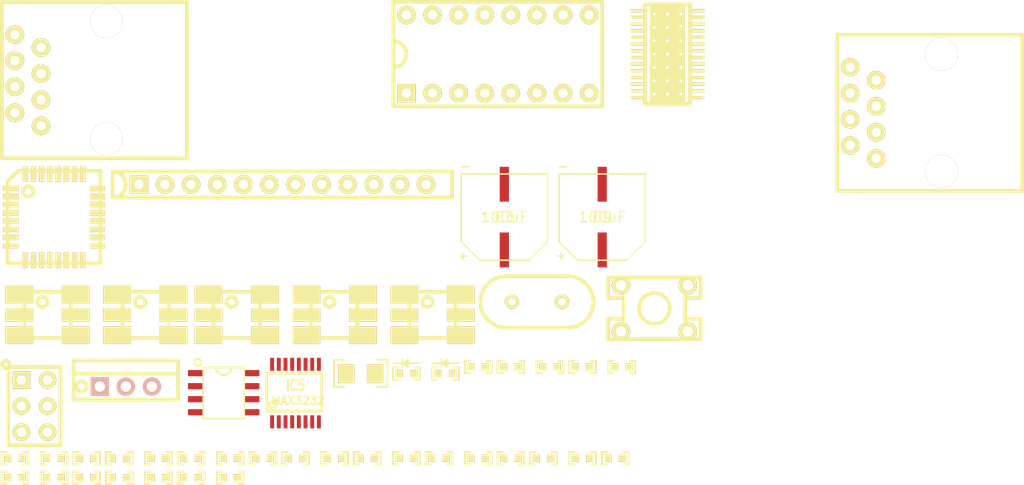
<source format=kicad_pcb>
(kicad_pcb (version 3) (host pcbnew "(2013-05-31 BZR 4019)-stable")

  (general
    (links 199)
    (no_connects 178)
    (area 0 0 0 0)
    (thickness 1.6)
    (drawings 0)
    (tracks 0)
    (zones 0)
    (modules 52)
    (nets 60)
  )

  (page A3)
  (layers
    (15 F.Cu signal)
    (0 B.Cu signal)
    (16 B.Adhes user)
    (17 F.Adhes user)
    (18 B.Paste user)
    (19 F.Paste user)
    (20 B.SilkS user)
    (21 F.SilkS user)
    (22 B.Mask user)
    (23 F.Mask user)
    (24 Dwgs.User user)
    (25 Cmts.User user)
    (26 Eco1.User user)
    (27 Eco2.User user)
    (28 Edge.Cuts user)
  )

  (setup
    (last_trace_width 0.254)
    (trace_clearance 0.254)
    (zone_clearance 0.508)
    (zone_45_only no)
    (trace_min 0.254)
    (segment_width 0.2)
    (edge_width 0.1)
    (via_size 0.889)
    (via_drill 0.635)
    (via_min_size 0.889)
    (via_min_drill 0.508)
    (uvia_size 0.508)
    (uvia_drill 0.127)
    (uvias_allowed no)
    (uvia_min_size 0.508)
    (uvia_min_drill 0.127)
    (pcb_text_width 0.3)
    (pcb_text_size 1.5 1.5)
    (mod_edge_width 0.15)
    (mod_text_size 1 1)
    (mod_text_width 0.15)
    (pad_size 1.5 1.5)
    (pad_drill 0.6)
    (pad_to_mask_clearance 0)
    (aux_axis_origin 0 0)
    (visible_elements FFFFFBBF)
    (pcbplotparams
      (layerselection 3178497)
      (usegerberextensions true)
      (excludeedgelayer true)
      (linewidth 0.150000)
      (plotframeref false)
      (viasonmask false)
      (mode 1)
      (useauxorigin false)
      (hpglpennumber 1)
      (hpglpenspeed 20)
      (hpglpendiameter 15)
      (hpglpenoverlay 2)
      (psnegative false)
      (psa4output false)
      (plotreference true)
      (plotvalue true)
      (plotothertext true)
      (plotinvisibletext false)
      (padsonsilk false)
      (subtractmaskfromsilk false)
      (outputformat 1)
      (mirror false)
      (drillshape 1)
      (scaleselection 1)
      (outputdirectory ""))
  )

  (net 0 "")
  (net 1 /ADDR_0)
  (net 2 /ADDR_1)
  (net 3 /ADDR_2)
  (net 4 /ADDR_3)
  (net 5 /ADDR_4)
  (net 6 /ADDR_5)
  (net 7 /ADDR_6)
  (net 8 /ADDR_7)
  (net 9 /BLANK)
  (net 10 /CLOCK)
  (net 11 /DC_MODE)
  (net 12 /ERROR)
  (net 13 /FEEDBACK)
  (net 14 /LATCH)
  (net 15 /RESET)
  (net 16 /RS_SLV_RX)
  (net 17 /RS_SLV_TX)
  (net 18 /SER_RX)
  (net 19 /SER_TX)
  (net 20 /SPI_MISO)
  (net 21 /SPI_MOSI)
  (net 22 /SPI_SCK)
  (net 23 /SUPER)
  (net 24 /V_BUS)
  (net 25 /V_LED)
  (net 26 /V_REG)
  (net 27 GND)
  (net 28 N-0000015)
  (net 29 N-0000016)
  (net 30 N-0000017)
  (net 31 N-0000018)
  (net 32 N-0000019)
  (net 33 N-0000020)
  (net 34 N-0000021)
  (net 35 N-0000022)
  (net 36 N-0000024)
  (net 37 N-0000025)
  (net 38 N-0000026)
  (net 39 N-0000029)
  (net 40 N-000003)
  (net 41 N-0000032)
  (net 42 N-0000033)
  (net 43 N-0000034)
  (net 44 N-0000035)
  (net 45 N-0000036)
  (net 46 N-0000038)
  (net 47 N-0000039)
  (net 48 N-0000040)
  (net 49 N-0000041)
  (net 50 N-0000042)
  (net 51 N-0000044)
  (net 52 N-0000045)
  (net 53 N-0000051)
  (net 54 N-000006)
  (net 55 N-0000065)
  (net 56 N-0000066)
  (net 57 N-000007)
  (net 58 N-000008)
  (net 59 VCC)

  (net_class Default "This is the default net class."
    (clearance 0.254)
    (trace_width 0.254)
    (via_dia 0.889)
    (via_drill 0.635)
    (uvia_dia 0.508)
    (uvia_drill 0.127)
    (add_net "")
    (add_net /ADDR_0)
    (add_net /ADDR_1)
    (add_net /ADDR_2)
    (add_net /ADDR_3)
    (add_net /ADDR_4)
    (add_net /ADDR_5)
    (add_net /ADDR_6)
    (add_net /ADDR_7)
    (add_net /BLANK)
    (add_net /CLOCK)
    (add_net /DC_MODE)
    (add_net /ERROR)
    (add_net /FEEDBACK)
    (add_net /LATCH)
    (add_net /RESET)
    (add_net /RS_SLV_RX)
    (add_net /RS_SLV_TX)
    (add_net /SER_RX)
    (add_net /SER_TX)
    (add_net /SPI_MISO)
    (add_net /SPI_MOSI)
    (add_net /SPI_SCK)
    (add_net /SUPER)
    (add_net /V_BUS)
    (add_net /V_LED)
    (add_net /V_REG)
    (add_net GND)
    (add_net N-0000015)
    (add_net N-0000016)
    (add_net N-0000017)
    (add_net N-0000018)
    (add_net N-0000019)
    (add_net N-0000020)
    (add_net N-0000021)
    (add_net N-0000022)
    (add_net N-0000024)
    (add_net N-0000025)
    (add_net N-0000026)
    (add_net N-0000029)
    (add_net N-000003)
    (add_net N-0000032)
    (add_net N-0000033)
    (add_net N-0000034)
    (add_net N-0000035)
    (add_net N-0000036)
    (add_net N-0000038)
    (add_net N-0000039)
    (add_net N-0000040)
    (add_net N-0000041)
    (add_net N-0000042)
    (add_net N-0000044)
    (add_net N-0000045)
    (add_net N-0000051)
    (add_net N-000006)
    (add_net N-0000065)
    (add_net N-0000066)
    (add_net N-000007)
    (add_net N-000008)
    (add_net VCC)
  )

  (module TSSOP16 (layer F.Cu) (tedit 4E43E09E) (tstamp 51D1B91C)
    (at 205.74 109.22)
    (path /51D1B91B)
    (attr smd)
    (fp_text reference IC5 (at 0 -0.7493) (layer F.SilkS)
      (effects (font (size 1.016 0.762) (thickness 0.1905)))
    )
    (fp_text value MAX3232 (at 0.24892 0.7493) (layer F.SilkS)
      (effects (font (size 0.762 0.762) (thickness 0.1905)))
    )
    (fp_line (start -2.794 -1.905) (end 2.54 -1.905) (layer F.SilkS) (width 0.254))
    (fp_line (start 2.54 -1.905) (end 2.54 1.778) (layer F.SilkS) (width 0.254))
    (fp_line (start 2.54 1.778) (end -2.794 1.778) (layer F.SilkS) (width 0.254))
    (fp_line (start -2.794 1.778) (end -2.794 -1.905) (layer F.SilkS) (width 0.254))
    (fp_circle (center -2.20218 1.15824) (end -2.40538 1.41224) (layer F.SilkS) (width 0.254))
    (pad 1 smd rect (at -2.27584 2.79908) (size 0.381 1.27)
      (layers F.Cu F.Paste F.Mask)
      (net 51 N-0000044)
    )
    (pad 2 smd rect (at -1.6256 2.79908) (size 0.381 1.27)
      (layers F.Cu F.Paste F.Mask)
      (net 52 N-0000045)
    )
    (pad 3 smd rect (at -0.97536 2.79908) (size 0.381 1.27)
      (layers F.Cu F.Paste F.Mask)
      (net 54 N-000006)
    )
    (pad 4 smd rect (at -0.32512 2.79908) (size 0.381 1.27)
      (layers F.Cu F.Paste F.Mask)
      (net 53 N-0000051)
    )
    (pad 5 smd rect (at 0.32512 2.79908) (size 0.381 1.27)
      (layers F.Cu F.Paste F.Mask)
      (net 57 N-000007)
    )
    (pad 6 smd rect (at 0.97536 2.79908) (size 0.381 1.27)
      (layers F.Cu F.Paste F.Mask)
      (net 58 N-000008)
    )
    (pad 7 smd rect (at 1.6256 2.79908) (size 0.381 1.27)
      (layers F.Cu F.Paste F.Mask)
    )
    (pad 8 smd rect (at 2.27584 2.79908) (size 0.381 1.27)
      (layers F.Cu F.Paste F.Mask)
    )
    (pad 9 smd rect (at 2.27584 -2.79908) (size 0.381 1.27)
      (layers F.Cu F.Paste F.Mask)
    )
    (pad 10 smd rect (at 1.6256 -2.79908) (size 0.381 1.27)
      (layers F.Cu F.Paste F.Mask)
    )
    (pad 11 smd rect (at 0.97536 -2.79908) (size 0.381 1.27)
      (layers F.Cu F.Paste F.Mask)
      (net 19 /SER_TX)
    )
    (pad 12 smd rect (at 0.32512 -2.79908) (size 0.381 1.27)
      (layers F.Cu F.Paste F.Mask)
      (net 18 /SER_RX)
    )
    (pad 13 smd rect (at -0.32512 -2.79908) (size 0.381 1.27)
      (layers F.Cu F.Paste F.Mask)
      (net 16 /RS_SLV_RX)
    )
    (pad 14 smd rect (at -0.97536 -2.79908) (size 0.381 1.27)
      (layers F.Cu F.Paste F.Mask)
      (net 17 /RS_SLV_TX)
    )
    (pad 15 smd rect (at -1.6256 -2.79908) (size 0.381 1.27)
      (layers F.Cu F.Paste F.Mask)
      (net 27 GND)
    )
    (pad 16 smd rect (at -2.27584 -2.79908) (size 0.381 1.27)
      (layers F.Cu F.Paste F.Mask)
      (net 59 VCC)
    )
    (model smd\smd_dil\tssop-16.wrl
      (at (xyz 0 0 0))
      (scale (xyz 1 1 1))
      (rotate (xyz 0 0 0))
    )
  )

  (module TQFP32_7mm (layer F.Cu) (tedit 5186F557) (tstamp 51D1B967)
    (at 182.245 92.075)
    (tags "QFP TQFP 32")
    (path /51D1B93E)
    (solder_paste_margin -0.254)
    (fp_text reference IC3 (at 0 7.00024) (layer F.SilkS) hide
      (effects (font (size 1.524 1.524) (thickness 0.3048)))
    )
    (fp_text value ATMEGA328P_TQFP (at -1.99898 -6.49986) (layer F.SilkS) hide
      (effects (font (size 1.524 1.524) (thickness 0.3048)))
    )
    (fp_circle (center -2.49936 -2.49936) (end -2.49936 -2.99974) (layer F.SilkS) (width 0.381))
    (fp_line (start -4.50088 -3.50012) (end -3.50012 -4.50088) (layer F.SilkS) (width 0.381))
    (fp_line (start -3.50012 -4.50088) (end 4.50088 -4.50088) (layer F.SilkS) (width 0.381))
    (fp_line (start 4.50088 -4.50088) (end 4.50088 4.50088) (layer F.SilkS) (width 0.381))
    (fp_line (start 4.50088 4.50088) (end -4.50088 4.50088) (layer F.SilkS) (width 0.381))
    (fp_line (start -4.50088 4.50088) (end -4.50088 -3.50012) (layer F.SilkS) (width 0.381))
    (pad 1 smd rect (at -4.20116 -2.79908) (size 1.50114 0.50038)
      (layers F.Cu F.Paste F.SilkS F.Mask)
      (net 13 /FEEDBACK)
    )
    (pad 2 smd rect (at -4.20116 -1.99898) (size 1.50114 0.50038)
      (layers F.Cu F.Paste F.SilkS F.Mask)
      (net 11 /DC_MODE)
    )
    (pad 3 smd rect (at -4.20116 -1.19888) (size 1.50114 0.50038)
      (layers F.Cu F.Paste F.SilkS F.Mask)
      (net 27 GND)
    )
    (pad 4 smd rect (at -4.20116 -0.39878) (size 1.50114 0.50038)
      (layers F.Cu F.Paste F.SilkS F.Mask)
      (net 59 VCC)
    )
    (pad 5 smd rect (at -4.20116 0.39878) (size 1.50114 0.50038)
      (layers F.Cu F.Paste F.SilkS F.Mask)
      (net 27 GND)
    )
    (pad 6 smd rect (at -4.20116 1.19888) (size 1.50114 0.50038)
      (layers F.Cu F.Paste F.SilkS F.Mask)
      (net 59 VCC)
    )
    (pad 7 smd rect (at -4.20116 1.99898) (size 1.50114 0.50038)
      (layers F.Cu F.Paste F.SilkS F.Mask)
      (net 56 N-0000066)
    )
    (pad 8 smd rect (at -4.20116 2.79908) (size 1.50114 0.50038)
      (layers F.Cu F.Paste F.SilkS F.Mask)
      (net 55 N-0000065)
    )
    (pad 9 smd rect (at -2.79908 4.20116 90) (size 1.50114 0.50038)
      (layers F.Cu F.Paste F.SilkS F.Mask)
      (net 23 /SUPER)
    )
    (pad 10 smd rect (at -1.99898 4.20116 90) (size 1.50114 0.50038)
      (layers F.Cu F.Paste F.SilkS F.Mask)
      (net 7 /ADDR_6)
    )
    (pad 11 smd rect (at -1.19888 4.20116 90) (size 1.50114 0.50038)
      (layers F.Cu F.Paste F.SilkS F.Mask)
      (net 8 /ADDR_7)
    )
    (pad 12 smd rect (at -0.39878 4.20116 90) (size 1.50114 0.50038)
      (layers F.Cu F.Paste F.SilkS F.Mask)
      (net 10 /CLOCK)
    )
    (pad 13 smd rect (at 0.39878 4.20116 90) (size 1.50114 0.50038)
      (layers F.Cu F.Paste F.SilkS F.Mask)
      (net 9 /BLANK)
    )
    (pad 14 smd rect (at 1.19888 4.20116 90) (size 1.50114 0.50038)
      (layers F.Cu F.Paste F.SilkS F.Mask)
      (net 14 /LATCH)
    )
    (pad 15 smd rect (at 1.99898 4.20116 90) (size 1.50114 0.50038)
      (layers F.Cu F.Paste F.SilkS F.Mask)
      (net 21 /SPI_MOSI)
    )
    (pad 16 smd rect (at 2.79908 4.20116 90) (size 1.50114 0.50038)
      (layers F.Cu F.Paste F.SilkS F.Mask)
      (net 20 /SPI_MISO)
    )
    (pad 17 smd rect (at 4.20116 2.79908 180) (size 1.50114 0.50038)
      (layers F.Cu F.Paste F.SilkS F.Mask)
      (net 22 /SPI_SCK)
    )
    (pad 18 smd rect (at 4.20116 1.99898 180) (size 1.50114 0.50038)
      (layers F.Cu F.Paste F.SilkS F.Mask)
      (net 59 VCC)
    )
    (pad 19 smd rect (at 4.20116 1.19888 180) (size 1.50114 0.50038)
      (layers F.Cu F.Paste F.SilkS F.Mask)
    )
    (pad 20 smd rect (at 4.20116 0.39878 180) (size 1.50114 0.50038)
      (layers F.Cu F.Paste F.SilkS F.Mask)
      (net 59 VCC)
    )
    (pad 21 smd rect (at 4.20116 -0.39878 180) (size 1.50114 0.50038)
      (layers F.Cu F.Paste F.SilkS F.Mask)
    )
    (pad 22 smd rect (at 4.20116 -1.19888 180) (size 1.50114 0.50038)
      (layers F.Cu F.Paste F.SilkS F.Mask)
    )
    (pad 23 smd rect (at 4.20116 -1.99898 180) (size 1.50114 0.50038)
      (layers F.Cu F.Paste F.SilkS F.Mask)
      (net 1 /ADDR_0)
    )
    (pad 24 smd rect (at 4.20116 -2.79908 180) (size 1.50114 0.50038)
      (layers F.Cu F.Paste F.SilkS F.Mask)
      (net 2 /ADDR_1)
    )
    (pad 25 smd rect (at 2.79908 -4.20116 270) (size 1.50114 0.50038)
      (layers F.Cu F.Paste F.SilkS F.Mask)
      (net 3 /ADDR_2)
    )
    (pad 26 smd rect (at 1.99898 -4.20116 270) (size 1.50114 0.50038)
      (layers F.Cu F.Paste F.SilkS F.Mask)
      (net 4 /ADDR_3)
    )
    (pad 27 smd rect (at 1.19888 -4.20116 270) (size 1.50114 0.50038)
      (layers F.Cu F.Paste F.SilkS F.Mask)
      (net 5 /ADDR_4)
    )
    (pad 28 smd rect (at 0.39878 -4.20116 270) (size 1.50114 0.50038)
      (layers F.Cu F.Paste F.SilkS F.Mask)
      (net 6 /ADDR_5)
    )
    (pad 29 smd rect (at -0.39878 -4.20116 270) (size 1.50114 0.50038)
      (layers F.Cu F.Paste F.SilkS F.Mask)
      (net 15 /RESET)
    )
    (pad 30 smd rect (at -1.19888 -4.20116 270) (size 1.50114 0.50038)
      (layers F.Cu F.Paste F.SilkS F.Mask)
      (net 18 /SER_RX)
    )
    (pad 31 smd rect (at -1.99898 -4.20116 270) (size 1.50114 0.50038)
      (layers F.Cu F.Paste F.SilkS F.Mask)
      (net 19 /SER_TX)
    )
    (pad 32 smd rect (at -2.79908 -4.20116 270) (size 1.50114 0.50038)
      (layers F.Cu F.Paste F.SilkS F.Mask)
      (net 12 /ERROR)
    )
  )

  (module TO220_3pin (layer F.Cu) (tedit 5189B468) (tstamp 51D1B974)
    (at 189.23 108.585)
    (path /51D1B940)
    (fp_text reference IC1 (at 0 3.048) (layer F.SilkS) hide
      (effects (font (size 1.524 1.524) (thickness 0.3048)))
    )
    (fp_text value 5V_REG (at 0 -3.81) (layer F.SilkS) hide
      (effects (font (size 1.524 1.524) (thickness 0.3048)))
    )
    (fp_circle (center -4.318 0) (end -4.318 -0.508) (layer F.SilkS) (width 0.381))
    (fp_line (start -5.08 -1.27) (end 5.08 -1.27) (layer F.SilkS) (width 0.381))
    (fp_line (start 5.08 -2.54) (end 5.08 1.27) (layer F.SilkS) (width 0.381))
    (fp_line (start 5.08 1.27) (end -5.08 1.27) (layer F.SilkS) (width 0.381))
    (fp_line (start -5.08 1.27) (end -5.08 -2.54) (layer F.SilkS) (width 0.381))
    (fp_line (start -5.08 -2.54) (end 5.08 -2.54) (layer F.SilkS) (width 0.381))
    (pad 1 thru_hole rect (at -2.54 0) (size 1.778 1.778) (drill 1.016)
      (layers *.Cu *.SilkS *.Mask)
      (net 26 /V_REG)
    )
    (pad 2 thru_hole circle (at 0 0) (size 1.778 1.778) (drill 1.016)
      (layers *.Cu *.SilkS *.Mask)
      (net 27 GND)
    )
    (pad 3 thru_hole circle (at 2.54 0) (size 1.778 1.778) (drill 1.016)
      (layers *.Cu *.SilkS *.Mask)
      (net 39 N-0000029)
    )
  )

  (module SPST_4-pin-thru (layer F.Cu) (tedit 518AE2EE) (tstamp 51D1B98D)
    (at 240.665 100.965)
    (path /51D1B92C)
    (fp_text reference S1 (at 0 5) (layer F.SilkS) hide
      (effects (font (size 1.524 1.524) (thickness 0.3048)))
    )
    (fp_text value RESET (at -1.5 -4.5) (layer F.SilkS) hide
      (effects (font (size 1.524 1.524) (thickness 0.3048)))
    )
    (fp_line (start 3 3) (end 4.5 3) (layer F.SilkS) (width 0.381))
    (fp_line (start 4.5 3) (end 4.5 1) (layer F.SilkS) (width 0.381))
    (fp_line (start 4.5 1) (end 3 1) (layer F.SilkS) (width 0.381))
    (fp_line (start 3 -3) (end 4.5 -3) (layer F.SilkS) (width 0.381))
    (fp_line (start 4.5 -3) (end 4.5 -1) (layer F.SilkS) (width 0.381))
    (fp_line (start 4.5 -1) (end 3 -1) (layer F.SilkS) (width 0.381))
    (fp_line (start -3 3) (end -4.5 3) (layer F.SilkS) (width 0.381))
    (fp_line (start -4.5 3) (end -4.5 1) (layer F.SilkS) (width 0.381))
    (fp_line (start -4.5 1) (end -3 1) (layer F.SilkS) (width 0.381))
    (fp_line (start -3 -1) (end -4.5 -1) (layer F.SilkS) (width 0.381))
    (fp_line (start -3 -3) (end -4.5 -3) (layer F.SilkS) (width 0.381))
    (fp_line (start -4.5 -3) (end -4.5 -1) (layer F.SilkS) (width 0.381))
    (fp_circle (center 0 0) (end 0 -1.5) (layer F.SilkS) (width 0.381))
    (fp_line (start -3 -3) (end -3 3) (layer F.SilkS) (width 0.381))
    (fp_line (start -3 3) (end 3 3) (layer F.SilkS) (width 0.381))
    (fp_line (start 3 3) (end 3 -3) (layer F.SilkS) (width 0.381))
    (fp_line (start 3 -3) (end -3 -3) (layer F.SilkS) (width 0.381))
    (pad 1 thru_hole circle (at -3.25 2.25) (size 1.8 1.8) (drill 1)
      (layers *.Cu *.Mask F.SilkS)
      (net 27 GND)
    )
    (pad 1 thru_hole circle (at 3.25 2.25) (size 1.8 1.8) (drill 1)
      (layers *.Cu *.Mask F.SilkS)
      (net 27 GND)
    )
    (pad 2 thru_hole circle (at -3.25 -2.25) (size 1.8 1.8) (drill 1)
      (layers *.Cu *.Mask F.SilkS)
      (net 15 /RESET)
    )
    (pad 2 thru_hole circle (at 3.25 -2.25) (size 1.8 1.8) (drill 1)
      (layers *.Cu *.Mask F.SilkS)
      (net 15 /RESET)
    )
  )

  (module SOIC8 (layer F.Cu) (tedit 51D1AC19) (tstamp 51D1B9A0)
    (at 198.755 109.22)
    (path /51D1B941)
    (solder_mask_margin 0.15)
    (solder_paste_margin -0.04)
    (clearance 0.2)
    (attr smd)
    (fp_text reference IC2 (at 0 6.2) (layer F.SilkS) hide
      (effects (font (size 1 1) (thickness 0.15)))
    )
    (fp_text value MC_33003A/34063A (at 0 -6.2) (layer F.SilkS) hide
      (effects (font (size 1 1) (thickness 0.15)))
    )
    (fp_line (start -2 2.5) (end -2 -2.5) (layer F.SilkS) (width 0.15))
    (fp_line (start 2 -2.5) (end 2 2.5) (layer F.SilkS) (width 0.15))
    (fp_line (start 2 2.5) (end -2 2.5) (layer F.SilkS) (width 0.15))
    (fp_arc (start 0 -2.5) (end 0.75 -2.5) (angle 90) (layer F.SilkS) (width 0.2032))
    (fp_arc (start 0 -2.5) (end 0 -1.75) (angle 90) (layer F.SilkS) (width 0.2032))
    (fp_circle (center -2.5 -3) (end -2.25 -2.75) (layer F.SilkS) (width 0.2032))
    (fp_line (start 2 -2.5) (end -2 -2.5) (layer F.SilkS) (width 0.2032))
    (pad 1 smd rect (at -2.7 -1.945) (size 1.55 0.6)
      (layers F.Cu F.Paste F.Mask)
      (net 48 N-0000040)
    )
    (pad 2 smd rect (at -2.7 -0.675) (size 1.55 0.6)
      (layers F.Cu F.Paste F.Mask)
      (net 46 N-0000038)
    )
    (pad 3 smd rect (at -2.7 0.595) (size 1.55 0.6)
      (layers F.Cu F.Paste F.Mask)
      (net 49 N-0000041)
    )
    (pad 4 smd rect (at -2.7 1.865) (size 1.55 0.6)
      (layers F.Cu F.Paste F.Mask)
      (net 27 GND)
    )
    (pad 5 smd rect (at 2.7 1.865) (size 1.55 0.6)
      (layers F.Cu F.Paste F.Mask)
      (net 50 N-0000042)
    )
    (pad 6 smd rect (at 2.7 0.595) (size 1.55 0.6)
      (layers F.Cu F.Paste F.Mask)
      (net 24 /V_BUS)
    )
    (pad 7 smd rect (at 2.7 -0.675) (size 1.55 0.6)
      (layers F.Cu F.Paste F.Mask)
      (net 48 N-0000040)
    )
    (pad 8 smd rect (at 2.7 -1.945) (size 1.55 0.6)
      (layers F.Cu F.Paste F.Mask)
      (net 48 N-0000040)
    )
  )

  (module SIP12 (layer F.Cu) (tedit 518AD9A2) (tstamp 51D1B9B6)
    (at 204.47 88.9)
    (path /51D1B90C)
    (fp_text reference P2 (at 12.7 2.54) (layer F.SilkS) hide
      (effects (font (size 1.524 1.524) (thickness 0.3048)))
    )
    (fp_text value DEBUG (at -12.7 -2.54) (layer F.SilkS) hide
      (effects (font (size 1.524 1.524) (thickness 0.3048)))
    )
    (fp_line (start -16.51 -1.27) (end 16.51 -1.27) (layer F.SilkS) (width 0.381))
    (fp_line (start 16.51 -1.27) (end 16.51 1.27) (layer F.SilkS) (width 0.381))
    (fp_line (start 16.51 1.27) (end -16.51 1.27) (layer F.SilkS) (width 0.381))
    (fp_arc (start -16.51 0) (end -16.51 -1.27) (angle 90) (layer F.SilkS) (width 0.381))
    (fp_arc (start -16.51 0) (end -15.24 0) (angle 90) (layer F.SilkS) (width 0.381))
    (fp_line (start -16.51 -1.27) (end -16.51 1.27) (layer F.SilkS) (width 0.381))
    (pad 1 thru_hole rect (at -13.97 0) (size 1.8 1.8) (drill 0.9)
      (layers *.Cu *.Mask F.SilkS)
      (net 22 /SPI_SCK)
    )
    (pad 2 thru_hole circle (at -11.43 0) (size 1.8 1.8) (drill 0.9)
      (layers *.Cu *.Mask F.SilkS)
      (net 20 /SPI_MISO)
    )
    (pad 3 thru_hole circle (at -8.89 0) (size 1.8 1.8) (drill 0.9)
      (layers *.Cu *.Mask F.SilkS)
      (net 21 /SPI_MOSI)
    )
    (pad 4 thru_hole circle (at -6.35 0) (size 1.8 1.8) (drill 0.9)
      (layers *.Cu *.Mask F.SilkS)
      (net 14 /LATCH)
    )
    (pad 5 thru_hole circle (at -3.81 0) (size 1.8 1.8) (drill 0.9)
      (layers *.Cu *.Mask F.SilkS)
      (net 9 /BLANK)
    )
    (pad 6 thru_hole circle (at -1.27 0) (size 1.8 1.8) (drill 0.9)
      (layers *.Cu *.Mask F.SilkS)
      (net 10 /CLOCK)
    )
    (pad 7 thru_hole circle (at 1.27 0) (size 1.8 1.8) (drill 0.9)
      (layers *.Cu *.Mask F.SilkS)
      (net 12 /ERROR)
    )
    (pad 8 thru_hole circle (at 3.81 0) (size 1.8 1.8) (drill 0.9)
      (layers *.Cu *.Mask F.SilkS)
      (net 13 /FEEDBACK)
    )
    (pad 9 thru_hole circle (at 6.35 0) (size 1.8 1.8) (drill 0.9)
      (layers *.Cu *.Mask F.SilkS)
      (net 11 /DC_MODE)
    )
    (pad 10 thru_hole circle (at 8.89 0) (size 1.8 1.8) (drill 0.9)
      (layers *.Cu *.Mask F.SilkS)
      (net 23 /SUPER)
    )
    (pad 11 thru_hole circle (at 11.43 0) (size 1.8 1.8) (drill 0.9)
      (layers *.Cu *.Mask F.SilkS)
      (net 19 /SER_TX)
    )
    (pad 12 thru_hole circle (at 13.97 0) (size 1.8 1.8) (drill 0.9)
      (layers *.Cu *.Mask F.SilkS)
      (net 18 /SER_RX)
    )
  )

  (module PLCC6 (layer F.Cu) (tedit 5186F834) (tstamp 51D1B9C5)
    (at 181.61 101.6)
    (path /51D1B93D)
    (fp_text reference LED2 (at 0 4.50088) (layer F.SilkS) hide
      (effects (font (size 1.524 1.524) (thickness 0.3048)))
    )
    (fp_text value CREE-CLV6A-FKB (at 0 -4.50088) (layer F.SilkS) hide
      (effects (font (size 1.524 1.524) (thickness 0.3048)))
    )
    (fp_circle (center -0.50038 -1.24968) (end -0.50038 -1.75006) (layer F.SilkS) (width 0.381))
    (fp_line (start -2.25044 -2.25044) (end 2.25044 -2.25044) (layer F.SilkS) (width 0.381))
    (fp_line (start 2.25044 -2.25044) (end 2.25044 2.25044) (layer F.SilkS) (width 0.381))
    (fp_line (start 2.25044 2.25044) (end -2.25044 2.25044) (layer F.SilkS) (width 0.381))
    (fp_line (start -2.25044 2.25044) (end -2.25044 -2.25044) (layer F.SilkS) (width 0.381))
    (pad 1 smd rect (at -2.75082 -1.97612) (size 2.70002 1.69926)
      (layers F.Cu F.Paste F.SilkS F.Mask)
      (net 37 N-0000025)
    )
    (pad 2 smd rect (at -2.75082 0) (size 2.70002 1.30048)
      (layers F.Cu F.Paste F.SilkS F.Mask)
      (net 35 N-0000022)
    )
    (pad 3 smd rect (at -2.75082 1.97612) (size 2.70002 1.69926)
      (layers F.Cu F.Paste F.SilkS F.Mask)
      (net 45 N-0000036)
    )
    (pad 4 smd rect (at 2.75082 1.97612) (size 2.70002 1.69926)
      (layers F.Cu F.Paste F.SilkS F.Mask)
      (net 25 /V_LED)
    )
    (pad 5 smd rect (at 2.75082 0) (size 2.70002 1.30048)
      (layers F.Cu F.Paste F.SilkS F.Mask)
      (net 25 /V_LED)
    )
    (pad 6 smd rect (at 2.75082 -1.97612) (size 2.70002 1.69926)
      (layers F.Cu F.Paste F.SilkS F.Mask)
      (net 25 /V_LED)
    )
  )

  (module PLCC6 (layer F.Cu) (tedit 5186F834) (tstamp 51D1B9D4)
    (at 191.135 101.6)
    (path /51D1B93C)
    (fp_text reference LED3 (at 0 4.50088) (layer F.SilkS) hide
      (effects (font (size 1.524 1.524) (thickness 0.3048)))
    )
    (fp_text value CREE-CLV6A-FKB (at 0 -4.50088) (layer F.SilkS) hide
      (effects (font (size 1.524 1.524) (thickness 0.3048)))
    )
    (fp_circle (center -0.50038 -1.24968) (end -0.50038 -1.75006) (layer F.SilkS) (width 0.381))
    (fp_line (start -2.25044 -2.25044) (end 2.25044 -2.25044) (layer F.SilkS) (width 0.381))
    (fp_line (start 2.25044 -2.25044) (end 2.25044 2.25044) (layer F.SilkS) (width 0.381))
    (fp_line (start 2.25044 2.25044) (end -2.25044 2.25044) (layer F.SilkS) (width 0.381))
    (fp_line (start -2.25044 2.25044) (end -2.25044 -2.25044) (layer F.SilkS) (width 0.381))
    (pad 1 smd rect (at -2.75082 -1.97612) (size 2.70002 1.69926)
      (layers F.Cu F.Paste F.SilkS F.Mask)
      (net 33 N-0000020)
    )
    (pad 2 smd rect (at -2.75082 0) (size 2.70002 1.30048)
      (layers F.Cu F.Paste F.SilkS F.Mask)
      (net 38 N-0000026)
    )
    (pad 3 smd rect (at -2.75082 1.97612) (size 2.70002 1.69926)
      (layers F.Cu F.Paste F.SilkS F.Mask)
      (net 36 N-0000024)
    )
    (pad 4 smd rect (at 2.75082 1.97612) (size 2.70002 1.69926)
      (layers F.Cu F.Paste F.SilkS F.Mask)
      (net 25 /V_LED)
    )
    (pad 5 smd rect (at 2.75082 0) (size 2.70002 1.30048)
      (layers F.Cu F.Paste F.SilkS F.Mask)
      (net 25 /V_LED)
    )
    (pad 6 smd rect (at 2.75082 -1.97612) (size 2.70002 1.69926)
      (layers F.Cu F.Paste F.SilkS F.Mask)
      (net 25 /V_LED)
    )
  )

  (module PLCC6 (layer F.Cu) (tedit 5186F834) (tstamp 51D1B9E3)
    (at 200.025 101.6)
    (path /51D1B93B)
    (fp_text reference LED4 (at 0 4.50088) (layer F.SilkS) hide
      (effects (font (size 1.524 1.524) (thickness 0.3048)))
    )
    (fp_text value CREE-CLV6A-FKB (at 0 -4.50088) (layer F.SilkS) hide
      (effects (font (size 1.524 1.524) (thickness 0.3048)))
    )
    (fp_circle (center -0.50038 -1.24968) (end -0.50038 -1.75006) (layer F.SilkS) (width 0.381))
    (fp_line (start -2.25044 -2.25044) (end 2.25044 -2.25044) (layer F.SilkS) (width 0.381))
    (fp_line (start 2.25044 -2.25044) (end 2.25044 2.25044) (layer F.SilkS) (width 0.381))
    (fp_line (start 2.25044 2.25044) (end -2.25044 2.25044) (layer F.SilkS) (width 0.381))
    (fp_line (start -2.25044 2.25044) (end -2.25044 -2.25044) (layer F.SilkS) (width 0.381))
    (pad 1 smd rect (at -2.75082 -1.97612) (size 2.70002 1.69926)
      (layers F.Cu F.Paste F.SilkS F.Mask)
      (net 44 N-0000035)
    )
    (pad 2 smd rect (at -2.75082 0) (size 2.70002 1.30048)
      (layers F.Cu F.Paste F.SilkS F.Mask)
      (net 32 N-0000019)
    )
    (pad 3 smd rect (at -2.75082 1.97612) (size 2.70002 1.69926)
      (layers F.Cu F.Paste F.SilkS F.Mask)
      (net 43 N-0000034)
    )
    (pad 4 smd rect (at 2.75082 1.97612) (size 2.70002 1.69926)
      (layers F.Cu F.Paste F.SilkS F.Mask)
      (net 25 /V_LED)
    )
    (pad 5 smd rect (at 2.75082 0) (size 2.70002 1.30048)
      (layers F.Cu F.Paste F.SilkS F.Mask)
      (net 25 /V_LED)
    )
    (pad 6 smd rect (at 2.75082 -1.97612) (size 2.70002 1.69926)
      (layers F.Cu F.Paste F.SilkS F.Mask)
      (net 25 /V_LED)
    )
  )

  (module PLCC6 (layer F.Cu) (tedit 5186F834) (tstamp 51D1B9F2)
    (at 209.55 101.6)
    (path /51D1B93A)
    (fp_text reference LED5 (at 0 4.50088) (layer F.SilkS) hide
      (effects (font (size 1.524 1.524) (thickness 0.3048)))
    )
    (fp_text value CREE-CLV6A-FKB (at 0 -4.50088) (layer F.SilkS) hide
      (effects (font (size 1.524 1.524) (thickness 0.3048)))
    )
    (fp_circle (center -0.50038 -1.24968) (end -0.50038 -1.75006) (layer F.SilkS) (width 0.381))
    (fp_line (start -2.25044 -2.25044) (end 2.25044 -2.25044) (layer F.SilkS) (width 0.381))
    (fp_line (start 2.25044 -2.25044) (end 2.25044 2.25044) (layer F.SilkS) (width 0.381))
    (fp_line (start 2.25044 2.25044) (end -2.25044 2.25044) (layer F.SilkS) (width 0.381))
    (fp_line (start -2.25044 2.25044) (end -2.25044 -2.25044) (layer F.SilkS) (width 0.381))
    (pad 1 smd rect (at -2.75082 -1.97612) (size 2.70002 1.69926)
      (layers F.Cu F.Paste F.SilkS F.Mask)
      (net 30 N-0000017)
    )
    (pad 2 smd rect (at -2.75082 0) (size 2.70002 1.30048)
      (layers F.Cu F.Paste F.SilkS F.Mask)
      (net 34 N-0000021)
    )
    (pad 3 smd rect (at -2.75082 1.97612) (size 2.70002 1.69926)
      (layers F.Cu F.Paste F.SilkS F.Mask)
      (net 29 N-0000016)
    )
    (pad 4 smd rect (at 2.75082 1.97612) (size 2.70002 1.69926)
      (layers F.Cu F.Paste F.SilkS F.Mask)
      (net 25 /V_LED)
    )
    (pad 5 smd rect (at 2.75082 0) (size 2.70002 1.30048)
      (layers F.Cu F.Paste F.SilkS F.Mask)
      (net 25 /V_LED)
    )
    (pad 6 smd rect (at 2.75082 -1.97612) (size 2.70002 1.69926)
      (layers F.Cu F.Paste F.SilkS F.Mask)
      (net 25 /V_LED)
    )
  )

  (module PLCC6 (layer F.Cu) (tedit 5186F834) (tstamp 51D1BA01)
    (at 219.075 101.6)
    (path /51D1B939)
    (fp_text reference LED6 (at 0 4.50088) (layer F.SilkS) hide
      (effects (font (size 1.524 1.524) (thickness 0.3048)))
    )
    (fp_text value CREE-CLV6A-FKB (at 0 -4.50088) (layer F.SilkS) hide
      (effects (font (size 1.524 1.524) (thickness 0.3048)))
    )
    (fp_circle (center -0.50038 -1.24968) (end -0.50038 -1.75006) (layer F.SilkS) (width 0.381))
    (fp_line (start -2.25044 -2.25044) (end 2.25044 -2.25044) (layer F.SilkS) (width 0.381))
    (fp_line (start 2.25044 -2.25044) (end 2.25044 2.25044) (layer F.SilkS) (width 0.381))
    (fp_line (start 2.25044 2.25044) (end -2.25044 2.25044) (layer F.SilkS) (width 0.381))
    (fp_line (start -2.25044 2.25044) (end -2.25044 -2.25044) (layer F.SilkS) (width 0.381))
    (pad 1 smd rect (at -2.75082 -1.97612) (size 2.70002 1.69926)
      (layers F.Cu F.Paste F.SilkS F.Mask)
      (net 28 N-0000015)
    )
    (pad 2 smd rect (at -2.75082 0) (size 2.70002 1.30048)
      (layers F.Cu F.Paste F.SilkS F.Mask)
      (net 31 N-0000018)
    )
    (pad 3 smd rect (at -2.75082 1.97612) (size 2.70002 1.69926)
      (layers F.Cu F.Paste F.SilkS F.Mask)
      (net 42 N-0000033)
    )
    (pad 4 smd rect (at 2.75082 1.97612) (size 2.70002 1.69926)
      (layers F.Cu F.Paste F.SilkS F.Mask)
      (net 25 /V_LED)
    )
    (pad 5 smd rect (at 2.75082 0) (size 2.70002 1.30048)
      (layers F.Cu F.Paste F.SilkS F.Mask)
      (net 25 /V_LED)
    )
    (pad 6 smd rect (at 2.75082 -1.97612) (size 2.70002 1.69926)
      (layers F.Cu F.Paste F.SilkS F.Mask)
      (net 25 /V_LED)
    )
  )

  (module HTSSOP28 (layer F.Cu) (tedit 51899E6A) (tstamp 51D1BA3E)
    (at 241.935 76.2)
    (path /51D1B90A)
    (solder_paste_margin -0.0254)
    (attr smd)
    (fp_text reference IC4 (at 0 6.49986) (layer F.SilkS) hide
      (effects (font (size 1.524 1.524) (thickness 0.3048)))
    )
    (fp_text value TLC5940_SOP (at -1.24968 -5.99948) (layer F.SilkS) hide
      (effects (font (size 1.524 1.524) (thickness 0.3048)))
    )
    (fp_circle (center -1.00076 -4.0005) (end -1.00076 -4.50088) (layer F.SilkS) (width 0.381))
    (fp_line (start -1.99898 4.84886) (end -2.19964 4.84886) (layer F.SilkS) (width 0.381))
    (fp_line (start -2.19964 4.84886) (end -2.19964 -4.84886) (layer F.SilkS) (width 0.381))
    (fp_line (start -1.99898 4.84886) (end 2.19964 4.84886) (layer F.SilkS) (width 0.381))
    (fp_line (start 2.19964 4.84886) (end 2.19964 -4.84886) (layer F.SilkS) (width 0.381))
    (fp_line (start -2.19964 -4.84886) (end 2.19964 -4.84886) (layer F.SilkS) (width 0.381))
    (pad 22 smd rect (at 2.79908 -0.32512) (size 1.6002 0.29972)
      (layers F.Cu F.Paste F.SilkS F.Mask)
    )
    (pad 23 smd rect (at 2.79908 -0.97536) (size 1.6002 0.29972)
      (layers F.Cu F.Paste F.SilkS F.Mask)
      (net 12 /ERROR)
    )
    (pad 24 smd rect (at 2.79908 -1.6256) (size 1.6002 0.29972)
      (layers F.Cu F.Paste F.SilkS F.Mask)
      (net 13 /FEEDBACK)
    )
    (pad 25 smd rect (at 2.79908 -2.27584) (size 1.6002 0.29972)
      (layers F.Cu F.Paste F.SilkS F.Mask)
      (net 10 /CLOCK)
    )
    (pad 26 smd rect (at 2.79908 -2.92608) (size 1.6002 0.29972)
      (layers F.Cu F.Paste F.SilkS F.Mask)
      (net 11 /DC_MODE)
    )
    (pad 27 smd rect (at 2.79908 -3.57378) (size 1.6002 0.29972)
      (layers F.Cu F.Paste F.SilkS F.Mask)
      (net 40 N-000003)
    )
    (pad 28 smd rect (at 2.79908 -4.22402) (size 1.6002 0.29972)
      (layers F.Cu F.Paste F.SilkS F.Mask)
      (net 59 VCC)
    )
    (pad 21 smd rect (at 2.79908 0.32512) (size 1.6002 0.29972)
      (layers F.Cu F.Paste F.SilkS F.Mask)
      (net 28 N-0000015)
    )
    (pad 20 smd rect (at 2.79908 0.97536) (size 1.6002 0.29972)
      (layers F.Cu F.Paste F.SilkS F.Mask)
      (net 31 N-0000018)
    )
    (pad 19 smd rect (at 2.79908 1.6256) (size 1.6002 0.29972)
      (layers F.Cu F.Paste F.SilkS F.Mask)
      (net 42 N-0000033)
    )
    (pad 18 smd rect (at 2.79908 2.27584) (size 1.6002 0.29972)
      (layers F.Cu F.Paste F.SilkS F.Mask)
      (net 30 N-0000017)
    )
    (pad 17 smd rect (at 2.79908 2.92608) (size 1.6002 0.29972)
      (layers F.Cu F.Paste F.SilkS F.Mask)
      (net 34 N-0000021)
    )
    (pad 16 smd rect (at 2.79908 3.57378) (size 1.6002 0.29972)
      (layers F.Cu F.Paste F.SilkS F.Mask)
      (net 29 N-0000016)
    )
    (pad 15 smd rect (at 2.79908 4.22402) (size 1.6002 0.29972)
      (layers F.Cu F.Paste F.SilkS F.Mask)
      (net 44 N-0000035)
    )
    (pad 14 smd rect (at -2.79908 4.22402) (size 1.6002 0.29972)
      (layers F.Cu F.Paste F.SilkS F.Mask)
      (net 32 N-0000019)
    )
    (pad 13 smd rect (at -2.79908 3.57378) (size 1.6002 0.29972)
      (layers F.Cu F.Paste F.SilkS F.Mask)
      (net 43 N-0000034)
    )
    (pad 12 smd rect (at -2.79908 2.92608) (size 1.6002 0.29972)
      (layers F.Cu F.Paste F.SilkS F.Mask)
      (net 33 N-0000020)
    )
    (pad 11 smd rect (at -2.79908 2.27584) (size 1.6002 0.29972)
      (layers F.Cu F.Paste F.SilkS F.Mask)
      (net 38 N-0000026)
    )
    (pad 10 smd rect (at -2.79908 1.6256) (size 1.6002 0.29972)
      (layers F.Cu F.Paste F.SilkS F.Mask)
      (net 36 N-0000024)
    )
    (pad 9 smd rect (at -2.79908 0.97536) (size 1.6002 0.29972)
      (layers F.Cu F.Paste F.SilkS F.Mask)
      (net 37 N-0000025)
    )
    (pad 8 smd rect (at -2.79908 0.32512) (size 1.6002 0.29972)
      (layers F.Cu F.Paste F.SilkS F.Mask)
      (net 35 N-0000022)
    )
    (pad 1 smd rect (at -2.79908 -4.22402) (size 1.6002 0.29972)
      (layers F.Cu F.Paste F.SilkS F.Mask)
      (net 27 GND)
    )
    (pad 2 smd rect (at -2.79908 -3.57378) (size 1.6002 0.29972)
      (layers F.Cu F.Paste F.SilkS F.Mask)
      (net 9 /BLANK)
    )
    (pad 3 smd rect (at -2.79908 -2.92608) (size 1.6002 0.29972)
      (layers F.Cu F.Paste F.SilkS F.Mask)
      (net 14 /LATCH)
    )
    (pad 4 smd rect (at -2.79908 -2.27584) (size 1.6002 0.29972)
      (layers F.Cu F.Paste F.SilkS F.Mask)
      (net 22 /SPI_SCK)
    )
    (pad 5 smd rect (at -2.79908 -1.6256) (size 1.6002 0.29972)
      (layers F.Cu F.Paste F.SilkS F.Mask)
      (net 21 /SPI_MOSI)
    )
    (pad 6 smd rect (at -2.79908 -0.97536) (size 1.6002 0.29972)
      (layers F.Cu F.Paste F.SilkS F.Mask)
      (net 23 /SUPER)
    )
    (pad 7 smd rect (at -2.79908 -0.32512) (size 1.6002 0.29972)
      (layers F.Cu F.Paste F.SilkS F.Mask)
      (net 45 N-0000036)
    )
    (pad 0 smd rect (at 0 0) (size 3.40106 9.70026)
      (layers F.Cu F.SilkS B.Mask)
      (net 27 GND)
    )
    (pad 0 smd rect (at 0 0) (size 2.6 6.6)
      (layers F.Paste F.Mask)
      (net 27 GND)
      (solder_paste_margin -0.09906)
    )
    (pad 0 thru_hole circle (at 0 0) (size 0.3 0.3) (drill 0.3)
      (layers *.Cu)
      (net 27 GND)
    )
    (pad 0 thru_hole circle (at 1.3 0) (size 0.3 0.3) (drill 0.3)
      (layers *.Cu)
      (net 27 GND)
    )
    (pad 0 thru_hole circle (at -1.3 0) (size 0.3 0.3) (drill 0.3)
      (layers *.Cu)
      (net 27 GND)
    )
    (pad 0 thru_hole circle (at 1.3 1.3) (size 0.3 0.3) (drill 0.3)
      (layers *.Cu)
      (net 27 GND)
    )
    (pad 0 thru_hole circle (at 0 1.3) (size 0.3 0.3) (drill 0.3)
      (layers *.Cu)
      (net 27 GND)
    )
    (pad 0 thru_hole circle (at -1.3 1.3) (size 0.3 0.3) (drill 0.3)
      (layers *.Cu)
      (net 27 GND)
    )
    (pad 0 thru_hole circle (at -1.3 2.6) (size 0.3 0.3) (drill 0.3)
      (layers *.Cu)
      (net 27 GND)
    )
    (pad 0 thru_hole circle (at 0 2.6) (size 0.3 0.3) (drill 0.3)
      (layers *.Cu)
      (net 27 GND)
    )
    (pad 0 thru_hole circle (at 1.3 2.6) (size 0.3 0.3) (drill 0.3)
      (layers *.Cu)
      (net 27 GND)
    )
    (pad 0 thru_hole circle (at -1.3 3.9) (size 0.3 0.3) (drill 0.3)
      (layers *.Cu)
      (net 27 GND)
    )
    (pad 0 thru_hole circle (at 0 3.9) (size 0.3 0.3) (drill 0.3)
      (layers *.Cu)
      (net 27 GND)
    )
    (pad 0 thru_hole circle (at 1.3 3.9) (size 0.3 0.3) (drill 0.3)
      (layers *.Cu)
      (net 27 GND)
    )
    (pad 0 thru_hole circle (at -1.3 -1.3) (size 0.3 0.3) (drill 0.3)
      (layers *.Cu)
      (net 27 GND)
    )
    (pad 0 thru_hole circle (at 0 -1.3) (size 0.3 0.3) (drill 0.3)
      (layers *.Cu)
      (net 27 GND)
    )
    (pad 0 thru_hole circle (at 1.3 -1.3) (size 0.3 0.3) (drill 0.3)
      (layers *.Cu)
      (net 27 GND)
    )
    (pad 0 thru_hole circle (at -1.3 -2.6) (size 0.3 0.3) (drill 0.3)
      (layers *.Cu)
      (net 27 GND)
    )
    (pad 0 thru_hole circle (at 0 -2.6) (size 0.3 0.3) (drill 0.3)
      (layers *.Cu)
      (net 27 GND)
    )
    (pad 0 thru_hole circle (at 1.3 -2.7) (size 0.3 0.3) (drill 0.3)
      (layers *.Cu)
      (net 27 GND)
    )
    (pad 0 thru_hole circle (at -1.3 -3.9) (size 0.3 0.3) (drill 0.3)
      (layers *.Cu)
      (net 27 GND)
    )
    (pad 0 thru_hole circle (at 0 -3.9) (size 0.3 0.3) (drill 0.3)
      (layers *.Cu)
      (net 27 GND)
    )
    (pad 0 thru_hole circle (at 1.3 -3.9) (size 0.3 0.3) (drill 0.3)
      (layers *.Cu)
      (net 27 GND)
    )
  )

  (module HC49 (layer F.Cu) (tedit 518ADD60) (tstamp 51D1BA4A)
    (at 229.235 100.33)
    (path /51D1B931)
    (fp_text reference Y1 (at 1 4) (layer F.SilkS) hide
      (effects (font (size 1.524 1.524) (thickness 0.3048)))
    )
    (fp_text value 16MHz (at -1.5 -4) (layer F.SilkS) hide
      (effects (font (size 1.524 1.524) (thickness 0.3048)))
    )
    (fp_line (start 3 2.5) (end -3 2.5) (layer F.SilkS) (width 0.381))
    (fp_line (start -3 -2.5) (end 3 -2.5) (layer F.SilkS) (width 0.381))
    (fp_arc (start -3 0) (end -5.5 0) (angle 90) (layer F.SilkS) (width 0.381))
    (fp_arc (start -3 0) (end -3 2.5) (angle 90) (layer F.SilkS) (width 0.381))
    (fp_arc (start 3 0) (end 5.5 0) (angle 90) (layer F.SilkS) (width 0.381))
    (fp_arc (start 3 0) (end 3 -2.5) (angle 90) (layer F.SilkS) (width 0.381))
    (pad 1 thru_hole circle (at -2.44 0) (size 1.4 1.4) (drill 0.7)
      (layers *.Cu *.Mask F.SilkS)
      (net 55 N-0000065)
    )
    (pad 2 thru_hole circle (at 2.44 0) (size 1.4 1.4) (drill 0.7)
      (layers *.Cu *.Mask F.SilkS)
      (net 56 N-0000066)
    )
  )

  (module DIP16 (layer F.Cu) (tedit 518AD646) (tstamp 51D1BA64)
    (at 225.425 76.2)
    (path /51D1B911)
    (fp_text reference S2 (at 6.35 6.35) (layer F.SilkS) hide
      (effects (font (size 1.524 1.524) (thickness 0.3048)))
    )
    (fp_text value ADDRESS (at -7.62 -6.35) (layer F.SilkS) hide
      (effects (font (size 1.524 1.524) (thickness 0.3048)))
    )
    (fp_arc (start -10.16 0) (end -10.16 -1.27) (angle 90) (layer F.SilkS) (width 0.381))
    (fp_arc (start -10.16 0) (end -8.89 0) (angle 90) (layer F.SilkS) (width 0.381))
    (fp_line (start -10.16 -5.08) (end -10.16 5.08) (layer F.SilkS) (width 0.381))
    (fp_line (start -10.16 5.08) (end 10.16 5.08) (layer F.SilkS) (width 0.381))
    (fp_line (start 10.16 5.08) (end 10.16 -5.08) (layer F.SilkS) (width 0.381))
    (fp_line (start 10.16 -5.08) (end -10.16 -5.08) (layer F.SilkS) (width 0.381))
    (pad 1 thru_hole rect (at -8.89 3.81) (size 1.8 1.8) (drill 0.9)
      (layers *.Cu *.Mask F.SilkS)
      (net 1 /ADDR_0)
    )
    (pad 2 thru_hole circle (at -6.35 3.81) (size 1.8 1.8) (drill 0.9)
      (layers *.Cu *.Mask F.SilkS)
      (net 2 /ADDR_1)
    )
    (pad 4 thru_hole circle (at -1.27 3.81) (size 1.8 1.8) (drill 0.9)
      (layers *.Cu *.Mask F.SilkS)
      (net 4 /ADDR_3)
    )
    (pad 5 thru_hole circle (at 1.27 3.81) (size 1.8 1.8) (drill 0.9)
      (layers *.Cu *.Mask F.SilkS)
      (net 5 /ADDR_4)
    )
    (pad 6 thru_hole circle (at 3.81 3.81) (size 1.8 1.8) (drill 0.9)
      (layers *.Cu *.Mask F.SilkS)
      (net 6 /ADDR_5)
    )
    (pad 7 thru_hole circle (at 6.35 3.81) (size 1.8 1.8) (drill 0.9)
      (layers *.Cu *.Mask F.SilkS)
      (net 7 /ADDR_6)
    )
    (pad 8 thru_hole circle (at 8.89 3.81) (size 1.8 1.8) (drill 0.9)
      (layers *.Cu *.Mask F.SilkS)
      (net 8 /ADDR_7)
    )
    (pad 9 thru_hole circle (at 8.89 -3.81) (size 1.8 1.8) (drill 0.9)
      (layers *.Cu *.Mask F.SilkS)
      (net 59 VCC)
    )
    (pad 10 thru_hole circle (at 6.35 -3.81) (size 1.8 1.8) (drill 0.9)
      (layers *.Cu *.Mask F.SilkS)
      (net 59 VCC)
    )
    (pad 11 thru_hole circle (at 3.81 -3.81) (size 1.8 1.8) (drill 0.9)
      (layers *.Cu *.Mask F.SilkS)
      (net 59 VCC)
    )
    (pad 12 thru_hole circle (at 1.27 -3.81) (size 1.8 1.8) (drill 0.9)
      (layers *.Cu *.Mask F.SilkS)
      (net 59 VCC)
    )
    (pad 13 thru_hole circle (at -1.27 -3.81) (size 1.8 1.8) (drill 0.9)
      (layers *.Cu *.Mask F.SilkS)
      (net 59 VCC)
    )
    (pad 14 thru_hole circle (at -3.81 -3.81) (size 1.8 1.8) (drill 0.9)
      (layers *.Cu *.Mask F.SilkS)
      (net 59 VCC)
    )
    (pad 15 thru_hole circle (at -6.35 -3.81) (size 1.8 1.8) (drill 0.9)
      (layers *.Cu *.Mask F.SilkS)
      (net 59 VCC)
    )
    (pad 16 thru_hole circle (at -8.89 -3.81) (size 1.8 1.8) (drill 0.9)
      (layers *.Cu *.Mask F.SilkS)
      (net 59 VCC)
    )
    (pad 3 thru_hole circle (at -3.81 3.81) (size 1.8 1.8) (drill 0.9)
      (layers *.Cu *.Mask F.SilkS)
      (net 3 /ADDR_2)
    )
  )

  (module CYLIN_CAP (layer F.Cu) (tedit 51CE203E) (tstamp 51D1BA73)
    (at 226.06 92.075)
    (path /51D1B960)
    (fp_text reference C3 (at 0 0) (layer F.SilkS)
      (effects (font (size 1 1) (thickness 0.15)))
    )
    (fp_text value 100uF (at 0 0) (layer F.SilkS)
      (effects (font (size 1 1) (thickness 0.15)))
    )
    (fp_line (start -4.2 -4.9) (end -3.5 -4.9) (layer F.SilkS) (width 0.15))
    (fp_line (start -3.7 3.8) (end -4.3 3.8) (layer F.SilkS) (width 0.15))
    (fp_line (start -4 3.5) (end -4 4.1) (layer F.SilkS) (width 0.15))
    (fp_line (start 4.2 -4.2) (end 4.2 2.4) (layer F.SilkS) (width 0.15))
    (fp_line (start -4.2 2.4) (end -4.2 -4.2) (layer F.SilkS) (width 0.15))
    (fp_line (start -2.4 4.2) (end 2.4 4.2) (layer F.SilkS) (width 0.15))
    (fp_line (start 2.4 4.2) (end 4.2 2.4) (layer F.SilkS) (width 0.15))
    (fp_line (start -2.4 4.2) (end -4.2 2.4) (layer F.SilkS) (width 0.15))
    (fp_line (start -4.2 -4.2) (end 4.2 -4.2) (layer F.SilkS) (width 0.15))
    (pad 1 smd rect (at 0 3.2) (size 0.9 3.4)
      (layers F.Cu F.Paste F.Mask)
      (net 24 /V_BUS)
    )
    (pad 2 smd rect (at 0 -3.2) (size 0.9 3.4)
      (layers F.Cu F.Paste F.Mask)
      (net 27 GND)
    )
  )

  (module CYLIN_CAP (layer F.Cu) (tedit 51CE203E) (tstamp 51D1BA82)
    (at 235.585 92.075)
    (path /51D1B95E)
    (fp_text reference C9 (at 0 0) (layer F.SilkS)
      (effects (font (size 1 1) (thickness 0.15)))
    )
    (fp_text value 100uF (at 0 0) (layer F.SilkS)
      (effects (font (size 1 1) (thickness 0.15)))
    )
    (fp_line (start -4.2 -4.9) (end -3.5 -4.9) (layer F.SilkS) (width 0.15))
    (fp_line (start -3.7 3.8) (end -4.3 3.8) (layer F.SilkS) (width 0.15))
    (fp_line (start -4 3.5) (end -4 4.1) (layer F.SilkS) (width 0.15))
    (fp_line (start 4.2 -4.2) (end 4.2 2.4) (layer F.SilkS) (width 0.15))
    (fp_line (start -4.2 2.4) (end -4.2 -4.2) (layer F.SilkS) (width 0.15))
    (fp_line (start -2.4 4.2) (end 2.4 4.2) (layer F.SilkS) (width 0.15))
    (fp_line (start 2.4 4.2) (end 4.2 2.4) (layer F.SilkS) (width 0.15))
    (fp_line (start -2.4 4.2) (end -4.2 2.4) (layer F.SilkS) (width 0.15))
    (fp_line (start -4.2 -4.2) (end 4.2 -4.2) (layer F.SilkS) (width 0.15))
    (pad 1 smd rect (at 0 3.2) (size 0.9 3.4)
      (layers F.Cu F.Paste F.Mask)
      (net 27 GND)
    )
    (pad 2 smd rect (at 0 -3.2) (size 0.9 3.4)
      (layers F.Cu F.Paste F.Mask)
      (net 26 /V_REG)
    )
  )

  (module 8P8C_thru (layer F.Cu) (tedit 51899AE4) (tstamp 51D1BA94)
    (at 260.985 81.915)
    (path /51D1B923)
    (fp_text reference J1 (at 9.53 9.16) (layer F.SilkS) hide
      (effects (font (size 1.524 1.524) (thickness 0.3048)))
    )
    (fp_text value SERIAL-POWER_out (at 0.14 -9) (layer F.SilkS) hide
      (effects (font (size 1.524 1.524) (thickness 0.3048)))
    )
    (fp_line (start 15.47 -7.6) (end -2.53 -7.6) (layer F.SilkS) (width 0.381))
    (fp_line (start -2.53 -7.6) (end -2.53 7.6) (layer F.SilkS) (width 0.381))
    (fp_line (start -2.53 7.6) (end 15.47 7.6) (layer F.SilkS) (width 0.381))
    (fp_line (start 15.47 7.6) (end 15.47 -7.6) (layer F.SilkS) (width 0.381))
    (pad 1 thru_hole circle (at 1.27 4.445) (size 1.8 1.8) (drill 0.9)
      (layers *.Cu *.Mask F.SilkS)
      (net 27 GND)
    )
    (pad 2 thru_hole circle (at -1.27 3.175) (size 1.8 1.8) (drill 0.9)
      (layers *.Cu *.Mask F.SilkS)
      (net 16 /RS_SLV_RX)
    )
    (pad 3 thru_hole circle (at 1.27 1.905) (size 1.8 1.8) (drill 0.9)
      (layers *.Cu *.Mask F.SilkS)
      (net 24 /V_BUS)
    )
    (pad 4 thru_hole circle (at -1.27 0.635) (size 1.8 1.8) (drill 0.9)
      (layers *.Cu *.Mask F.SilkS)
      (net 17 /RS_SLV_TX)
    )
    (pad 5 thru_hole circle (at 1.27 -0.635) (size 1.8 1.8) (drill 0.9)
      (layers *.Cu *.Mask F.SilkS)
      (net 27 GND)
    )
    (pad 6 thru_hole circle (at -1.27 -1.905) (size 1.8 1.8) (drill 0.9)
      (layers *.Cu *.Mask F.SilkS)
      (net 24 /V_BUS)
    )
    (pad 7 thru_hole circle (at 1.27 -3.175) (size 1.8 1.8) (drill 0.9)
      (layers *.Cu *.Mask F.SilkS)
      (net 27 GND)
    )
    (pad 8 thru_hole circle (at -1.27 -4.445) (size 1.8 1.8) (drill 0.9)
      (layers *.Cu *.Mask F.SilkS)
      (net 27 GND)
    )
    (pad "" thru_hole circle (at 7.62 5.715) (size 3.2 3.2) (drill 3.2)
      (layers *.Cu *.Mask F.SilkS)
    )
    (pad "" thru_hole circle (at 7.62 -5.715) (size 3.2 3.2) (drill 3.2)
      (layers *.Cu *.Mask F.SilkS)
    )
  )

  (module 8P8C_thru (layer F.Cu) (tedit 51899AE4) (tstamp 51D1BAA6)
    (at 179.705 78.74)
    (path /51D1B91C)
    (fp_text reference J2 (at 9.53 9.16) (layer F.SilkS) hide
      (effects (font (size 1.524 1.524) (thickness 0.3048)))
    )
    (fp_text value SERIAL-POWER_in (at 0.14 -9) (layer F.SilkS) hide
      (effects (font (size 1.524 1.524) (thickness 0.3048)))
    )
    (fp_line (start 15.47 -7.6) (end -2.53 -7.6) (layer F.SilkS) (width 0.381))
    (fp_line (start -2.53 -7.6) (end -2.53 7.6) (layer F.SilkS) (width 0.381))
    (fp_line (start -2.53 7.6) (end 15.47 7.6) (layer F.SilkS) (width 0.381))
    (fp_line (start 15.47 7.6) (end 15.47 -7.6) (layer F.SilkS) (width 0.381))
    (pad 1 thru_hole circle (at 1.27 4.445) (size 1.8 1.8) (drill 0.9)
      (layers *.Cu *.Mask F.SilkS)
      (net 27 GND)
    )
    (pad 2 thru_hole circle (at -1.27 3.175) (size 1.8 1.8) (drill 0.9)
      (layers *.Cu *.Mask F.SilkS)
      (net 16 /RS_SLV_RX)
    )
    (pad 3 thru_hole circle (at 1.27 1.905) (size 1.8 1.8) (drill 0.9)
      (layers *.Cu *.Mask F.SilkS)
      (net 24 /V_BUS)
    )
    (pad 4 thru_hole circle (at -1.27 0.635) (size 1.8 1.8) (drill 0.9)
      (layers *.Cu *.Mask F.SilkS)
      (net 17 /RS_SLV_TX)
    )
    (pad 5 thru_hole circle (at 1.27 -0.635) (size 1.8 1.8) (drill 0.9)
      (layers *.Cu *.Mask F.SilkS)
      (net 27 GND)
    )
    (pad 6 thru_hole circle (at -1.27 -1.905) (size 1.8 1.8) (drill 0.9)
      (layers *.Cu *.Mask F.SilkS)
      (net 24 /V_BUS)
    )
    (pad 7 thru_hole circle (at 1.27 -3.175) (size 1.8 1.8) (drill 0.9)
      (layers *.Cu *.Mask F.SilkS)
      (net 27 GND)
    )
    (pad 8 thru_hole circle (at -1.27 -4.445) (size 1.8 1.8) (drill 0.9)
      (layers *.Cu *.Mask F.SilkS)
      (net 27 GND)
    )
    (pad "" thru_hole circle (at 7.62 5.715) (size 3.2 3.2) (drill 3.2)
      (layers *.Cu *.Mask F.SilkS)
    )
    (pad "" thru_hole circle (at 7.62 -5.715) (size 3.2 3.2) (drill 3.2)
      (layers *.Cu *.Mask F.SilkS)
    )
  )

  (module 2x3-array (layer F.Cu) (tedit 519D2296) (tstamp 51D1BAB5)
    (at 180.34 110.49)
    (path /51D1B928)
    (fp_text reference P1 (at 0 5.5) (layer F.SilkS) hide
      (effects (font (size 1.524 1.524) (thickness 0.3048)))
    )
    (fp_text value AVR_ISP (at 0 -6) (layer F.SilkS) hide
      (effects (font (size 1.524 1.524) (thickness 0.3048)))
    )
    (fp_circle (center -2.794 -4.064) (end -2.54 -3.81) (layer F.SilkS) (width 0.381))
    (fp_line (start 2.54 -3.81) (end -2.54 -3.81) (layer F.SilkS) (width 0.381))
    (fp_line (start -2.54 -3.81) (end -2.54 3.81) (layer F.SilkS) (width 0.381))
    (fp_line (start -2.54 3.81) (end 2.54 3.81) (layer F.SilkS) (width 0.381))
    (fp_line (start 2.54 3.81) (end 2.54 -3.81) (layer F.SilkS) (width 0.381))
    (pad 1 thru_hole rect (at -1.27 -2.54) (size 1.7 1.7) (drill 0.9)
      (layers *.Cu *.Mask F.SilkS)
      (net 20 /SPI_MISO)
    )
    (pad 2 thru_hole circle (at 1.27 -2.54) (size 1.7 1.7) (drill 0.9)
      (layers *.Cu *.Mask F.SilkS)
      (net 59 VCC)
    )
    (pad 3 thru_hole circle (at -1.27 0) (size 1.7 1.7) (drill 0.9)
      (layers *.Cu *.Mask F.SilkS)
      (net 22 /SPI_SCK)
    )
    (pad 4 thru_hole circle (at 1.27 0) (size 1.7 1.7) (drill 0.9)
      (layers *.Cu *.Mask F.SilkS)
      (net 21 /SPI_MOSI)
    )
    (pad 5 thru_hole circle (at -1.27 2.54) (size 1.7 1.7) (drill 0.9)
      (layers *.Cu *.Mask F.SilkS)
      (net 15 /RESET)
    )
    (pad 6 thru_hole circle (at 1.27 2.54) (size 1.7 1.7) (drill 0.9)
      (layers *.Cu *.Mask F.SilkS)
      (net 27 GND)
    )
  )

  (module "1206(3216m)" (layer F.Cu) (tedit 519CEA4F) (tstamp 51D1BAC1)
    (at 212.09 107.315)
    (path /51D1B950)
    (attr smd)
    (fp_text reference F1 (at 0 2.6) (layer F.SilkS) hide
      (effects (font (size 1.524 1.524) (thickness 0.3048)))
    )
    (fp_text value 500mA (at 0 -2.4) (layer F.SilkS) hide
      (effects (font (size 1.524 1.524) (thickness 0.3048)))
    )
    (fp_line (start -2.6 1.3) (end -2.6 -1.3) (layer F.SilkS) (width 0.2))
    (fp_line (start -2.6 -1.3) (end -1.6 -1.3) (layer F.SilkS) (width 0.2))
    (fp_line (start -2.6 1.3) (end -1.6 1.3) (layer F.SilkS) (width 0.2))
    (fp_line (start 2.6 -1.3) (end 2.6 1.3) (layer F.SilkS) (width 0.2))
    (fp_line (start 2.6 1.3) (end 1.6 1.3) (layer F.SilkS) (width 0.2))
    (fp_line (start 2.6 -1.3) (end 1.6 -1.3) (layer F.SilkS) (width 0.2))
    (pad 1 smd rect (at -1.4 0) (size 1.6 1.8)
      (layers F.Cu F.Paste F.SilkS F.Mask)
      (net 39 N-0000029)
    )
    (pad 2 smd rect (at 1.4 0) (size 1.6 1.8)
      (layers F.Cu F.Paste F.SilkS F.Mask)
      (net 59 VCC)
    )
  )

  (module "0603(1608m)_LED" (layer F.Cu) (tedit 51D1AA78) (tstamp 51D1BAD8)
    (at 216.535 107.315)
    (path /51D1B94B)
    (solder_mask_margin 0.15)
    (solder_paste_margin -0.025)
    (clearance 0.15)
    (attr smd)
    (fp_text reference D1 (at 0 2.1) (layer F.SilkS) hide
      (effects (font (size 1.524 1.524) (thickness 0.3048)))
    )
    (fp_text value D (at 0 -2.8) (layer F.SilkS) hide
      (effects (font (size 1.524 1.524) (thickness 0.3048)))
    )
    (fp_line (start -0.2 -1) (end 0.1 -1.2) (layer F.SilkS) (width 0.15))
    (fp_line (start 0.1 -1.2) (end 0.1 -0.8) (layer F.SilkS) (width 0.15))
    (fp_line (start 0.1 -0.8) (end -0.1 -0.9) (layer F.SilkS) (width 0.15))
    (fp_line (start -0.1 -0.9) (end 0 -0.9) (layer F.SilkS) (width 0.15))
    (fp_line (start -0.4 -0.6) (end -0.4 -1.4) (layer F.SilkS) (width 0.15))
    (fp_line (start -0.4 -1) (end 0.2 -0.6) (layer F.SilkS) (width 0.15))
    (fp_line (start 0.2 -0.6) (end 0.2 -1.4) (layer F.SilkS) (width 0.15))
    (fp_line (start 0.2 -1.4) (end -0.4 -1) (layer F.SilkS) (width 0.15))
    (fp_line (start -0.4 -1) (end -0.2 -0.9) (layer F.SilkS) (width 0.15))
    (fp_line (start -0.2 -0.9) (end -0.2 -1.1) (layer F.SilkS) (width 0.15))
    (fp_line (start 1.3 -1) (end -1.3 -1) (layer F.SilkS) (width 0.15))
    (fp_line (start -1.3 0.6) (end -1.3 -0.6) (layer F.SilkS) (width 0.2))
    (fp_line (start -1.3 -0.6) (end -0.8 -0.6) (layer F.SilkS) (width 0.2))
    (fp_line (start -1.3 0.6) (end -0.8 0.6) (layer F.SilkS) (width 0.2))
    (fp_line (start 1.3 -0.6) (end 1.3 0.6) (layer F.SilkS) (width 0.2))
    (fp_line (start 1.3 0.6) (end 0.8 0.6) (layer F.SilkS) (width 0.2))
    (fp_line (start 1.3 -0.6) (end 0.8 -0.6) (layer F.SilkS) (width 0.2))
    (pad 1 smd rect (at -0.7 0) (size 0.7 0.7)
      (layers F.Cu F.Paste F.SilkS F.Mask)
      (net 46 N-0000038)
    )
    (pad 2 smd rect (at 0.7 0) (size 0.7 0.7)
      (layers F.Cu F.Paste F.SilkS F.Mask)
      (net 27 GND)
    )
  )

  (module "0603(1608m)_LED" (layer F.Cu) (tedit 51D1AA78) (tstamp 51D1BAEF)
    (at 220.345 107.315)
    (path /51D1B952)
    (solder_mask_margin 0.15)
    (solder_paste_margin -0.025)
    (clearance 0.15)
    (attr smd)
    (fp_text reference LED1 (at 0 2.1) (layer F.SilkS) hide
      (effects (font (size 1.524 1.524) (thickness 0.3048)))
    )
    (fp_text value LED (at 0 -2.8) (layer F.SilkS) hide
      (effects (font (size 1.524 1.524) (thickness 0.3048)))
    )
    (fp_line (start -0.2 -1) (end 0.1 -1.2) (layer F.SilkS) (width 0.15))
    (fp_line (start 0.1 -1.2) (end 0.1 -0.8) (layer F.SilkS) (width 0.15))
    (fp_line (start 0.1 -0.8) (end -0.1 -0.9) (layer F.SilkS) (width 0.15))
    (fp_line (start -0.1 -0.9) (end 0 -0.9) (layer F.SilkS) (width 0.15))
    (fp_line (start -0.4 -0.6) (end -0.4 -1.4) (layer F.SilkS) (width 0.15))
    (fp_line (start -0.4 -1) (end 0.2 -0.6) (layer F.SilkS) (width 0.15))
    (fp_line (start 0.2 -0.6) (end 0.2 -1.4) (layer F.SilkS) (width 0.15))
    (fp_line (start 0.2 -1.4) (end -0.4 -1) (layer F.SilkS) (width 0.15))
    (fp_line (start -0.4 -1) (end -0.2 -0.9) (layer F.SilkS) (width 0.15))
    (fp_line (start -0.2 -0.9) (end -0.2 -1.1) (layer F.SilkS) (width 0.15))
    (fp_line (start 1.3 -1) (end -1.3 -1) (layer F.SilkS) (width 0.15))
    (fp_line (start -1.3 0.6) (end -1.3 -0.6) (layer F.SilkS) (width 0.2))
    (fp_line (start -1.3 -0.6) (end -0.8 -0.6) (layer F.SilkS) (width 0.2))
    (fp_line (start -1.3 0.6) (end -0.8 0.6) (layer F.SilkS) (width 0.2))
    (fp_line (start 1.3 -0.6) (end 1.3 0.6) (layer F.SilkS) (width 0.2))
    (fp_line (start 1.3 0.6) (end 0.8 0.6) (layer F.SilkS) (width 0.2))
    (fp_line (start 1.3 -0.6) (end 0.8 -0.6) (layer F.SilkS) (width 0.2))
    (pad 1 smd rect (at -0.7 0) (size 0.7 0.7)
      (layers F.Cu F.Paste F.SilkS F.Mask)
      (net 41 N-0000032)
    )
    (pad 2 smd rect (at 0.7 0) (size 0.7 0.7)
      (layers F.Cu F.Paste F.SilkS F.Mask)
      (net 27 GND)
    )
  )

  (module "0603(1608m)" (layer F.Cu) (tedit 519CEABD) (tstamp 51D1BAFB)
    (at 199.39 117.475)
    (path /51D1C2C5)
    (solder_mask_margin 0.15)
    (solder_paste_margin -0.025)
    (clearance 0.15)
    (attr smd)
    (fp_text reference R6 (at 0 2.1) (layer F.SilkS) hide
      (effects (font (size 1.524 1.524) (thickness 0.3048)))
    )
    (fp_text value 10k (at 0 -1.9) (layer F.SilkS) hide
      (effects (font (size 1.524 1.524) (thickness 0.3048)))
    )
    (fp_line (start -1.3 0.6) (end -1.3 -0.6) (layer F.SilkS) (width 0.2))
    (fp_line (start -1.3 -0.6) (end -0.8 -0.6) (layer F.SilkS) (width 0.2))
    (fp_line (start -1.3 0.6) (end -0.8 0.6) (layer F.SilkS) (width 0.2))
    (fp_line (start 1.3 -0.6) (end 1.3 0.6) (layer F.SilkS) (width 0.2))
    (fp_line (start 1.3 0.6) (end 0.8 0.6) (layer F.SilkS) (width 0.2))
    (fp_line (start 1.3 -0.6) (end 0.8 -0.6) (layer F.SilkS) (width 0.2))
    (pad 1 smd rect (at -0.7 0) (size 0.7 0.7)
      (layers F.Cu F.Paste F.SilkS F.Mask)
      (net 27 GND)
    )
    (pad 2 smd rect (at 0.7 0) (size 0.7 0.7)
      (layers F.Cu F.Paste F.SilkS F.Mask)
      (net 1 /ADDR_0)
    )
  )

  (module "0603(1608m)" (layer F.Cu) (tedit 519CEABD) (tstamp 51D1BB07)
    (at 195.58 117.475)
    (path /51D1B94D)
    (solder_mask_margin 0.15)
    (solder_paste_margin -0.025)
    (clearance 0.15)
    (attr smd)
    (fp_text reference C6 (at 0 2.1) (layer F.SilkS) hide
      (effects (font (size 1.524 1.524) (thickness 0.3048)))
    )
    (fp_text value 0.1uF (at 0 -1.9) (layer F.SilkS) hide
      (effects (font (size 1.524 1.524) (thickness 0.3048)))
    )
    (fp_line (start -1.3 0.6) (end -1.3 -0.6) (layer F.SilkS) (width 0.2))
    (fp_line (start -1.3 -0.6) (end -0.8 -0.6) (layer F.SilkS) (width 0.2))
    (fp_line (start -1.3 0.6) (end -0.8 0.6) (layer F.SilkS) (width 0.2))
    (fp_line (start 1.3 -0.6) (end 1.3 0.6) (layer F.SilkS) (width 0.2))
    (fp_line (start 1.3 0.6) (end 0.8 0.6) (layer F.SilkS) (width 0.2))
    (fp_line (start 1.3 -0.6) (end 0.8 -0.6) (layer F.SilkS) (width 0.2))
    (pad 1 smd rect (at -0.7 0) (size 0.7 0.7)
      (layers F.Cu F.Paste F.SilkS F.Mask)
      (net 27 GND)
    )
    (pad 2 smd rect (at 0.7 0) (size 0.7 0.7)
      (layers F.Cu F.Paste F.SilkS F.Mask)
      (net 39 N-0000029)
    )
  )

  (module "0603(1608m)" (layer F.Cu) (tedit 519CEABD) (tstamp 51D1BB13)
    (at 192.405 117.475)
    (path /51D1B94E)
    (solder_mask_margin 0.15)
    (solder_paste_margin -0.025)
    (clearance 0.15)
    (attr smd)
    (fp_text reference C5 (at 0 2.1) (layer F.SilkS) hide
      (effects (font (size 1.524 1.524) (thickness 0.3048)))
    )
    (fp_text value 0.33uF (at 0 -1.9) (layer F.SilkS) hide
      (effects (font (size 1.524 1.524) (thickness 0.3048)))
    )
    (fp_line (start -1.3 0.6) (end -1.3 -0.6) (layer F.SilkS) (width 0.2))
    (fp_line (start -1.3 -0.6) (end -0.8 -0.6) (layer F.SilkS) (width 0.2))
    (fp_line (start -1.3 0.6) (end -0.8 0.6) (layer F.SilkS) (width 0.2))
    (fp_line (start 1.3 -0.6) (end 1.3 0.6) (layer F.SilkS) (width 0.2))
    (fp_line (start 1.3 0.6) (end 0.8 0.6) (layer F.SilkS) (width 0.2))
    (fp_line (start 1.3 -0.6) (end 0.8 -0.6) (layer F.SilkS) (width 0.2))
    (pad 1 smd rect (at -0.7 0) (size 0.7 0.7)
      (layers F.Cu F.Paste F.SilkS F.Mask)
      (net 26 /V_REG)
    )
    (pad 2 smd rect (at 0.7 0) (size 0.7 0.7)
      (layers F.Cu F.Paste F.SilkS F.Mask)
      (net 27 GND)
    )
  )

  (module "0603(1608m)" (layer F.Cu) (tedit 519CEABD) (tstamp 51D1BB1F)
    (at 188.595 117.475)
    (path /51D1B951)
    (solder_mask_margin 0.15)
    (solder_paste_margin -0.025)
    (clearance 0.15)
    (attr smd)
    (fp_text reference R4 (at 0 2.1) (layer F.SilkS) hide
      (effects (font (size 1.524 1.524) (thickness 0.3048)))
    )
    (fp_text value 330 (at 0 -1.9) (layer F.SilkS) hide
      (effects (font (size 1.524 1.524) (thickness 0.3048)))
    )
    (fp_line (start -1.3 0.6) (end -1.3 -0.6) (layer F.SilkS) (width 0.2))
    (fp_line (start -1.3 -0.6) (end -0.8 -0.6) (layer F.SilkS) (width 0.2))
    (fp_line (start -1.3 0.6) (end -0.8 0.6) (layer F.SilkS) (width 0.2))
    (fp_line (start 1.3 -0.6) (end 1.3 0.6) (layer F.SilkS) (width 0.2))
    (fp_line (start 1.3 0.6) (end 0.8 0.6) (layer F.SilkS) (width 0.2))
    (fp_line (start 1.3 -0.6) (end 0.8 -0.6) (layer F.SilkS) (width 0.2))
    (pad 1 smd rect (at -0.7 0) (size 0.7 0.7)
      (layers F.Cu F.Paste F.SilkS F.Mask)
      (net 41 N-0000032)
    )
    (pad 2 smd rect (at 0.7 0) (size 0.7 0.7)
      (layers F.Cu F.Paste F.SilkS F.Mask)
      (net 59 VCC)
    )
  )

  (module "0603(1608m)" (layer F.Cu) (tedit 519CEABD) (tstamp 51D1BB2B)
    (at 185.42 117.475)
    (path /51D1B95C)
    (solder_mask_margin 0.15)
    (solder_paste_margin -0.025)
    (clearance 0.15)
    (attr smd)
    (fp_text reference R1 (at 0 2.1) (layer F.SilkS) hide
      (effects (font (size 1.524 1.524) (thickness 0.3048)))
    )
    (fp_text value 0.33 (at 0 -1.9) (layer F.SilkS) hide
      (effects (font (size 1.524 1.524) (thickness 0.3048)))
    )
    (fp_line (start -1.3 0.6) (end -1.3 -0.6) (layer F.SilkS) (width 0.2))
    (fp_line (start -1.3 -0.6) (end -0.8 -0.6) (layer F.SilkS) (width 0.2))
    (fp_line (start -1.3 0.6) (end -0.8 0.6) (layer F.SilkS) (width 0.2))
    (fp_line (start 1.3 -0.6) (end 1.3 0.6) (layer F.SilkS) (width 0.2))
    (fp_line (start 1.3 0.6) (end 0.8 0.6) (layer F.SilkS) (width 0.2))
    (fp_line (start 1.3 -0.6) (end 0.8 -0.6) (layer F.SilkS) (width 0.2))
    (pad 1 smd rect (at -0.7 0) (size 0.7 0.7)
      (layers F.Cu F.Paste F.SilkS F.Mask)
      (net 24 /V_BUS)
    )
    (pad 2 smd rect (at 0.7 0) (size 0.7 0.7)
      (layers F.Cu F.Paste F.SilkS F.Mask)
      (net 48 N-0000040)
    )
  )

  (module "0603(1608m)" (layer F.Cu) (tedit 519CEABD) (tstamp 51D1BB37)
    (at 182.245 117.475)
    (path /51D1B95D)
    (solder_mask_margin 0.15)
    (solder_paste_margin -0.025)
    (clearance 0.15)
    (attr smd)
    (fp_text reference L2 (at 0 2.1) (layer F.SilkS) hide
      (effects (font (size 1.524 1.524) (thickness 0.3048)))
    )
    (fp_text value 1uH (at 0 -1.9) (layer F.SilkS) hide
      (effects (font (size 1.524 1.524) (thickness 0.3048)))
    )
    (fp_line (start -1.3 0.6) (end -1.3 -0.6) (layer F.SilkS) (width 0.2))
    (fp_line (start -1.3 -0.6) (end -0.8 -0.6) (layer F.SilkS) (width 0.2))
    (fp_line (start -1.3 0.6) (end -0.8 0.6) (layer F.SilkS) (width 0.2))
    (fp_line (start 1.3 -0.6) (end 1.3 0.6) (layer F.SilkS) (width 0.2))
    (fp_line (start 1.3 0.6) (end 0.8 0.6) (layer F.SilkS) (width 0.2))
    (fp_line (start 1.3 -0.6) (end 0.8 -0.6) (layer F.SilkS) (width 0.2))
    (pad 1 smd rect (at -0.7 0) (size 0.7 0.7)
      (layers F.Cu F.Paste F.SilkS F.Mask)
      (net 47 N-0000039)
    )
    (pad 2 smd rect (at 0.7 0) (size 0.7 0.7)
      (layers F.Cu F.Paste F.SilkS F.Mask)
      (net 26 /V_REG)
    )
  )

  (module "0603(1608m)" (layer F.Cu) (tedit 519CEABD) (tstamp 51D1BB43)
    (at 178.435 117.475)
    (path /51D1C32E)
    (solder_mask_margin 0.15)
    (solder_paste_margin -0.025)
    (clearance 0.15)
    (attr smd)
    (fp_text reference R15 (at 0 2.1) (layer F.SilkS) hide
      (effects (font (size 1.524 1.524) (thickness 0.3048)))
    )
    (fp_text value 10k (at 0 -1.9) (layer F.SilkS) hide
      (effects (font (size 1.524 1.524) (thickness 0.3048)))
    )
    (fp_line (start -1.3 0.6) (end -1.3 -0.6) (layer F.SilkS) (width 0.2))
    (fp_line (start -1.3 -0.6) (end -0.8 -0.6) (layer F.SilkS) (width 0.2))
    (fp_line (start -1.3 0.6) (end -0.8 0.6) (layer F.SilkS) (width 0.2))
    (fp_line (start 1.3 -0.6) (end 1.3 0.6) (layer F.SilkS) (width 0.2))
    (fp_line (start 1.3 0.6) (end 0.8 0.6) (layer F.SilkS) (width 0.2))
    (fp_line (start 1.3 -0.6) (end 0.8 -0.6) (layer F.SilkS) (width 0.2))
    (pad 1 smd rect (at -0.7 0) (size 0.7 0.7)
      (layers F.Cu F.Paste F.SilkS F.Mask)
      (net 27 GND)
    )
    (pad 2 smd rect (at 0.7 0) (size 0.7 0.7)
      (layers F.Cu F.Paste F.SilkS F.Mask)
      (net 8 /ADDR_7)
    )
  )

  (module "0603(1608m)" (layer F.Cu) (tedit 519CEABD) (tstamp 51D1BB4F)
    (at 236.855 115.57)
    (path /51D1C2D4)
    (solder_mask_margin 0.15)
    (solder_paste_margin -0.025)
    (clearance 0.15)
    (attr smd)
    (fp_text reference R9 (at 0 2.1) (layer F.SilkS) hide
      (effects (font (size 1.524 1.524) (thickness 0.3048)))
    )
    (fp_text value 10k (at 0 -1.9) (layer F.SilkS) hide
      (effects (font (size 1.524 1.524) (thickness 0.3048)))
    )
    (fp_line (start -1.3 0.6) (end -1.3 -0.6) (layer F.SilkS) (width 0.2))
    (fp_line (start -1.3 -0.6) (end -0.8 -0.6) (layer F.SilkS) (width 0.2))
    (fp_line (start -1.3 0.6) (end -0.8 0.6) (layer F.SilkS) (width 0.2))
    (fp_line (start 1.3 -0.6) (end 1.3 0.6) (layer F.SilkS) (width 0.2))
    (fp_line (start 1.3 0.6) (end 0.8 0.6) (layer F.SilkS) (width 0.2))
    (fp_line (start 1.3 -0.6) (end 0.8 -0.6) (layer F.SilkS) (width 0.2))
    (pad 1 smd rect (at -0.7 0) (size 0.7 0.7)
      (layers F.Cu F.Paste F.SilkS F.Mask)
      (net 27 GND)
    )
    (pad 2 smd rect (at 0.7 0) (size 0.7 0.7)
      (layers F.Cu F.Paste F.SilkS F.Mask)
      (net 2 /ADDR_1)
    )
  )

  (module "0603(1608m)" (layer F.Cu) (tedit 519CEABD) (tstamp 51D1BB5B)
    (at 233.68 115.57)
    (path /51D1C2E3)
    (solder_mask_margin 0.15)
    (solder_paste_margin -0.025)
    (clearance 0.15)
    (attr smd)
    (fp_text reference R10 (at 0 2.1) (layer F.SilkS) hide
      (effects (font (size 1.524 1.524) (thickness 0.3048)))
    )
    (fp_text value 10k (at 0 -1.9) (layer F.SilkS) hide
      (effects (font (size 1.524 1.524) (thickness 0.3048)))
    )
    (fp_line (start -1.3 0.6) (end -1.3 -0.6) (layer F.SilkS) (width 0.2))
    (fp_line (start -1.3 -0.6) (end -0.8 -0.6) (layer F.SilkS) (width 0.2))
    (fp_line (start -1.3 0.6) (end -0.8 0.6) (layer F.SilkS) (width 0.2))
    (fp_line (start 1.3 -0.6) (end 1.3 0.6) (layer F.SilkS) (width 0.2))
    (fp_line (start 1.3 0.6) (end 0.8 0.6) (layer F.SilkS) (width 0.2))
    (fp_line (start 1.3 -0.6) (end 0.8 -0.6) (layer F.SilkS) (width 0.2))
    (pad 1 smd rect (at -0.7 0) (size 0.7 0.7)
      (layers F.Cu F.Paste F.SilkS F.Mask)
      (net 27 GND)
    )
    (pad 2 smd rect (at 0.7 0) (size 0.7 0.7)
      (layers F.Cu F.Paste F.SilkS F.Mask)
      (net 3 /ADDR_2)
    )
  )

  (module "0603(1608m)" (layer F.Cu) (tedit 519CEABD) (tstamp 51D1BB67)
    (at 229.87 115.57)
    (path /51D1C2F2)
    (solder_mask_margin 0.15)
    (solder_paste_margin -0.025)
    (clearance 0.15)
    (attr smd)
    (fp_text reference R11 (at 0 2.1) (layer F.SilkS) hide
      (effects (font (size 1.524 1.524) (thickness 0.3048)))
    )
    (fp_text value 10k (at 0 -1.9) (layer F.SilkS) hide
      (effects (font (size 1.524 1.524) (thickness 0.3048)))
    )
    (fp_line (start -1.3 0.6) (end -1.3 -0.6) (layer F.SilkS) (width 0.2))
    (fp_line (start -1.3 -0.6) (end -0.8 -0.6) (layer F.SilkS) (width 0.2))
    (fp_line (start -1.3 0.6) (end -0.8 0.6) (layer F.SilkS) (width 0.2))
    (fp_line (start 1.3 -0.6) (end 1.3 0.6) (layer F.SilkS) (width 0.2))
    (fp_line (start 1.3 0.6) (end 0.8 0.6) (layer F.SilkS) (width 0.2))
    (fp_line (start 1.3 -0.6) (end 0.8 -0.6) (layer F.SilkS) (width 0.2))
    (pad 1 smd rect (at -0.7 0) (size 0.7 0.7)
      (layers F.Cu F.Paste F.SilkS F.Mask)
      (net 27 GND)
    )
    (pad 2 smd rect (at 0.7 0) (size 0.7 0.7)
      (layers F.Cu F.Paste F.SilkS F.Mask)
      (net 4 /ADDR_3)
    )
  )

  (module "0603(1608m)" (layer F.Cu) (tedit 519CEABD) (tstamp 51D1BB73)
    (at 226.695 115.57)
    (path /51D1C301)
    (solder_mask_margin 0.15)
    (solder_paste_margin -0.025)
    (clearance 0.15)
    (attr smd)
    (fp_text reference R12 (at 0 2.1) (layer F.SilkS) hide
      (effects (font (size 1.524 1.524) (thickness 0.3048)))
    )
    (fp_text value 10k (at 0 -1.9) (layer F.SilkS) hide
      (effects (font (size 1.524 1.524) (thickness 0.3048)))
    )
    (fp_line (start -1.3 0.6) (end -1.3 -0.6) (layer F.SilkS) (width 0.2))
    (fp_line (start -1.3 -0.6) (end -0.8 -0.6) (layer F.SilkS) (width 0.2))
    (fp_line (start -1.3 0.6) (end -0.8 0.6) (layer F.SilkS) (width 0.2))
    (fp_line (start 1.3 -0.6) (end 1.3 0.6) (layer F.SilkS) (width 0.2))
    (fp_line (start 1.3 0.6) (end 0.8 0.6) (layer F.SilkS) (width 0.2))
    (fp_line (start 1.3 -0.6) (end 0.8 -0.6) (layer F.SilkS) (width 0.2))
    (pad 1 smd rect (at -0.7 0) (size 0.7 0.7)
      (layers F.Cu F.Paste F.SilkS F.Mask)
      (net 27 GND)
    )
    (pad 2 smd rect (at 0.7 0) (size 0.7 0.7)
      (layers F.Cu F.Paste F.SilkS F.Mask)
      (net 5 /ADDR_4)
    )
  )

  (module "0603(1608m)" (layer F.Cu) (tedit 519CEABD) (tstamp 51D1BB7F)
    (at 223.52 115.57)
    (path /51D1C310)
    (solder_mask_margin 0.15)
    (solder_paste_margin -0.025)
    (clearance 0.15)
    (attr smd)
    (fp_text reference R13 (at 0 2.1) (layer F.SilkS) hide
      (effects (font (size 1.524 1.524) (thickness 0.3048)))
    )
    (fp_text value 10k (at 0 -1.9) (layer F.SilkS) hide
      (effects (font (size 1.524 1.524) (thickness 0.3048)))
    )
    (fp_line (start -1.3 0.6) (end -1.3 -0.6) (layer F.SilkS) (width 0.2))
    (fp_line (start -1.3 -0.6) (end -0.8 -0.6) (layer F.SilkS) (width 0.2))
    (fp_line (start -1.3 0.6) (end -0.8 0.6) (layer F.SilkS) (width 0.2))
    (fp_line (start 1.3 -0.6) (end 1.3 0.6) (layer F.SilkS) (width 0.2))
    (fp_line (start 1.3 0.6) (end 0.8 0.6) (layer F.SilkS) (width 0.2))
    (fp_line (start 1.3 -0.6) (end 0.8 -0.6) (layer F.SilkS) (width 0.2))
    (pad 1 smd rect (at -0.7 0) (size 0.7 0.7)
      (layers F.Cu F.Paste F.SilkS F.Mask)
      (net 27 GND)
    )
    (pad 2 smd rect (at 0.7 0) (size 0.7 0.7)
      (layers F.Cu F.Paste F.SilkS F.Mask)
      (net 6 /ADDR_5)
    )
  )

  (module "0603(1608m)" (layer F.Cu) (tedit 519CEABD) (tstamp 51D1BB8B)
    (at 219.71 115.57)
    (path /51D1C31F)
    (solder_mask_margin 0.15)
    (solder_paste_margin -0.025)
    (clearance 0.15)
    (attr smd)
    (fp_text reference R14 (at 0 2.1) (layer F.SilkS) hide
      (effects (font (size 1.524 1.524) (thickness 0.3048)))
    )
    (fp_text value 10k (at 0 -1.9) (layer F.SilkS) hide
      (effects (font (size 1.524 1.524) (thickness 0.3048)))
    )
    (fp_line (start -1.3 0.6) (end -1.3 -0.6) (layer F.SilkS) (width 0.2))
    (fp_line (start -1.3 -0.6) (end -0.8 -0.6) (layer F.SilkS) (width 0.2))
    (fp_line (start -1.3 0.6) (end -0.8 0.6) (layer F.SilkS) (width 0.2))
    (fp_line (start 1.3 -0.6) (end 1.3 0.6) (layer F.SilkS) (width 0.2))
    (fp_line (start 1.3 0.6) (end 0.8 0.6) (layer F.SilkS) (width 0.2))
    (fp_line (start 1.3 -0.6) (end 0.8 -0.6) (layer F.SilkS) (width 0.2))
    (pad 1 smd rect (at -0.7 0) (size 0.7 0.7)
      (layers F.Cu F.Paste F.SilkS F.Mask)
      (net 27 GND)
    )
    (pad 2 smd rect (at 0.7 0) (size 0.7 0.7)
      (layers F.Cu F.Paste F.SilkS F.Mask)
      (net 7 /ADDR_6)
    )
  )

  (module "0603(1608m)" (layer F.Cu) (tedit 519CEABD) (tstamp 51D1BB97)
    (at 216.535 115.57)
    (path /51D1B919)
    (solder_mask_margin 0.15)
    (solder_paste_margin -0.025)
    (clearance 0.15)
    (attr smd)
    (fp_text reference C12 (at 0 2.1) (layer F.SilkS) hide
      (effects (font (size 1.524 1.524) (thickness 0.3048)))
    )
    (fp_text value 0.1uF (at 0 -1.9) (layer F.SilkS) hide
      (effects (font (size 1.524 1.524) (thickness 0.3048)))
    )
    (fp_line (start -1.3 0.6) (end -1.3 -0.6) (layer F.SilkS) (width 0.2))
    (fp_line (start -1.3 -0.6) (end -0.8 -0.6) (layer F.SilkS) (width 0.2))
    (fp_line (start -1.3 0.6) (end -0.8 0.6) (layer F.SilkS) (width 0.2))
    (fp_line (start 1.3 -0.6) (end 1.3 0.6) (layer F.SilkS) (width 0.2))
    (fp_line (start 1.3 0.6) (end 0.8 0.6) (layer F.SilkS) (width 0.2))
    (fp_line (start 1.3 -0.6) (end 0.8 -0.6) (layer F.SilkS) (width 0.2))
    (pad 1 smd rect (at -0.7 0) (size 0.7 0.7)
      (layers F.Cu F.Paste F.SilkS F.Mask)
      (net 54 N-000006)
    )
    (pad 2 smd rect (at 0.7 0) (size 0.7 0.7)
      (layers F.Cu F.Paste F.SilkS F.Mask)
      (net 51 N-0000044)
    )
  )

  (module "0603(1608m)" (layer F.Cu) (tedit 519CEABD) (tstamp 51D1BBA3)
    (at 212.725 115.57)
    (path /51D1B92B)
    (solder_mask_margin 0.15)
    (solder_paste_margin -0.025)
    (clearance 0.15)
    (attr smd)
    (fp_text reference R2 (at 0 2.1) (layer F.SilkS) hide
      (effects (font (size 1.524 1.524) (thickness 0.3048)))
    )
    (fp_text value 10k (at 0 -1.9) (layer F.SilkS) hide
      (effects (font (size 1.524 1.524) (thickness 0.3048)))
    )
    (fp_line (start -1.3 0.6) (end -1.3 -0.6) (layer F.SilkS) (width 0.2))
    (fp_line (start -1.3 -0.6) (end -0.8 -0.6) (layer F.SilkS) (width 0.2))
    (fp_line (start -1.3 0.6) (end -0.8 0.6) (layer F.SilkS) (width 0.2))
    (fp_line (start 1.3 -0.6) (end 1.3 0.6) (layer F.SilkS) (width 0.2))
    (fp_line (start 1.3 0.6) (end 0.8 0.6) (layer F.SilkS) (width 0.2))
    (fp_line (start 1.3 -0.6) (end 0.8 -0.6) (layer F.SilkS) (width 0.2))
    (pad 1 smd rect (at -0.7 0) (size 0.7 0.7)
      (layers F.Cu F.Paste F.SilkS F.Mask)
      (net 15 /RESET)
    )
    (pad 2 smd rect (at 0.7 0) (size 0.7 0.7)
      (layers F.Cu F.Paste F.SilkS F.Mask)
      (net 59 VCC)
    )
  )

  (module "0603(1608m)" (layer F.Cu) (tedit 519CEABD) (tstamp 51D1BBAF)
    (at 233.68 106.68)
    (path /51D1B925)
    (solder_mask_margin 0.15)
    (solder_paste_margin -0.025)
    (clearance 0.15)
    (attr smd)
    (fp_text reference R7 (at 0 2.1) (layer F.SilkS) hide
      (effects (font (size 1.524 1.524) (thickness 0.3048)))
    )
    (fp_text value 10k (at 0 -1.9) (layer F.SilkS) hide
      (effects (font (size 1.524 1.524) (thickness 0.3048)))
    )
    (fp_line (start -1.3 0.6) (end -1.3 -0.6) (layer F.SilkS) (width 0.2))
    (fp_line (start -1.3 -0.6) (end -0.8 -0.6) (layer F.SilkS) (width 0.2))
    (fp_line (start -1.3 0.6) (end -0.8 0.6) (layer F.SilkS) (width 0.2))
    (fp_line (start 1.3 -0.6) (end 1.3 0.6) (layer F.SilkS) (width 0.2))
    (fp_line (start 1.3 0.6) (end 0.8 0.6) (layer F.SilkS) (width 0.2))
    (fp_line (start 1.3 -0.6) (end 0.8 -0.6) (layer F.SilkS) (width 0.2))
    (pad 1 smd rect (at -0.7 0) (size 0.7 0.7)
      (layers F.Cu F.Paste F.SilkS F.Mask)
      (net 9 /BLANK)
    )
    (pad 2 smd rect (at 0.7 0) (size 0.7 0.7)
      (layers F.Cu F.Paste F.SilkS F.Mask)
      (net 59 VCC)
    )
  )

  (module "0603(1608m)" (layer F.Cu) (tedit 519CEABD) (tstamp 51D1BBBB)
    (at 182.245 115.57)
    (path /51D1B92F)
    (solder_mask_margin 0.15)
    (solder_paste_margin -0.025)
    (clearance 0.15)
    (attr smd)
    (fp_text reference C1 (at 0 2.1) (layer F.SilkS) hide
      (effects (font (size 1.524 1.524) (thickness 0.3048)))
    )
    (fp_text value 22pF (at 0 -1.9) (layer F.SilkS) hide
      (effects (font (size 1.524 1.524) (thickness 0.3048)))
    )
    (fp_line (start -1.3 0.6) (end -1.3 -0.6) (layer F.SilkS) (width 0.2))
    (fp_line (start -1.3 -0.6) (end -0.8 -0.6) (layer F.SilkS) (width 0.2))
    (fp_line (start -1.3 0.6) (end -0.8 0.6) (layer F.SilkS) (width 0.2))
    (fp_line (start 1.3 -0.6) (end 1.3 0.6) (layer F.SilkS) (width 0.2))
    (fp_line (start 1.3 0.6) (end 0.8 0.6) (layer F.SilkS) (width 0.2))
    (fp_line (start 1.3 -0.6) (end 0.8 -0.6) (layer F.SilkS) (width 0.2))
    (pad 1 smd rect (at -0.7 0) (size 0.7 0.7)
      (layers F.Cu F.Paste F.SilkS F.Mask)
      (net 27 GND)
    )
    (pad 2 smd rect (at 0.7 0) (size 0.7 0.7)
      (layers F.Cu F.Paste F.SilkS F.Mask)
      (net 55 N-0000065)
    )
  )

  (module "0603(1608m)" (layer F.Cu) (tedit 519CEABD) (tstamp 51D1BBC7)
    (at 178.435 115.57)
    (path /51D1B930)
    (solder_mask_margin 0.15)
    (solder_paste_margin -0.025)
    (clearance 0.15)
    (attr smd)
    (fp_text reference C2 (at 0 2.1) (layer F.SilkS) hide
      (effects (font (size 1.524 1.524) (thickness 0.3048)))
    )
    (fp_text value 22pF (at 0 -1.9) (layer F.SilkS) hide
      (effects (font (size 1.524 1.524) (thickness 0.3048)))
    )
    (fp_line (start -1.3 0.6) (end -1.3 -0.6) (layer F.SilkS) (width 0.2))
    (fp_line (start -1.3 -0.6) (end -0.8 -0.6) (layer F.SilkS) (width 0.2))
    (fp_line (start -1.3 0.6) (end -0.8 0.6) (layer F.SilkS) (width 0.2))
    (fp_line (start 1.3 -0.6) (end 1.3 0.6) (layer F.SilkS) (width 0.2))
    (fp_line (start 1.3 0.6) (end 0.8 0.6) (layer F.SilkS) (width 0.2))
    (fp_line (start 1.3 -0.6) (end 0.8 -0.6) (layer F.SilkS) (width 0.2))
    (pad 1 smd rect (at -0.7 0) (size 0.7 0.7)
      (layers F.Cu F.Paste F.SilkS F.Mask)
      (net 27 GND)
    )
    (pad 2 smd rect (at 0.7 0) (size 0.7 0.7)
      (layers F.Cu F.Paste F.SilkS F.Mask)
      (net 56 N-0000066)
    )
  )

  (module "0603(1608m)" (layer F.Cu) (tedit 519CEABD) (tstamp 51D1BBD3)
    (at 237.49 106.68)
    (path /51D1B934)
    (solder_mask_margin 0.15)
    (solder_paste_margin -0.025)
    (clearance 0.15)
    (attr smd)
    (fp_text reference C4 (at 0 2.1) (layer F.SilkS) hide
      (effects (font (size 1.524 1.524) (thickness 0.3048)))
    )
    (fp_text value 0.1uF (at 0 -1.9) (layer F.SilkS) hide
      (effects (font (size 1.524 1.524) (thickness 0.3048)))
    )
    (fp_line (start -1.3 0.6) (end -1.3 -0.6) (layer F.SilkS) (width 0.2))
    (fp_line (start -1.3 -0.6) (end -0.8 -0.6) (layer F.SilkS) (width 0.2))
    (fp_line (start -1.3 0.6) (end -0.8 0.6) (layer F.SilkS) (width 0.2))
    (fp_line (start 1.3 -0.6) (end 1.3 0.6) (layer F.SilkS) (width 0.2))
    (fp_line (start 1.3 0.6) (end 0.8 0.6) (layer F.SilkS) (width 0.2))
    (fp_line (start 1.3 -0.6) (end 0.8 -0.6) (layer F.SilkS) (width 0.2))
    (pad 1 smd rect (at -0.7 0) (size 0.7 0.7)
      (layers F.Cu F.Paste F.SilkS F.Mask)
      (net 59 VCC)
    )
    (pad 2 smd rect (at 0.7 0) (size 0.7 0.7)
      (layers F.Cu F.Paste F.SilkS F.Mask)
      (net 27 GND)
    )
  )

  (module "0603(1608m)" (layer F.Cu) (tedit 519CEABD) (tstamp 51D1BBDF)
    (at 226.695 106.68)
    (path /51D1B935)
    (solder_mask_margin 0.15)
    (solder_paste_margin -0.025)
    (clearance 0.15)
    (attr smd)
    (fp_text reference R8 (at 0 2.1) (layer F.SilkS) hide
      (effects (font (size 1.524 1.524) (thickness 0.3048)))
    )
    (fp_text value 1.8k (at 0 -1.9) (layer F.SilkS) hide
      (effects (font (size 1.524 1.524) (thickness 0.3048)))
    )
    (fp_line (start -1.3 0.6) (end -1.3 -0.6) (layer F.SilkS) (width 0.2))
    (fp_line (start -1.3 -0.6) (end -0.8 -0.6) (layer F.SilkS) (width 0.2))
    (fp_line (start -1.3 0.6) (end -0.8 0.6) (layer F.SilkS) (width 0.2))
    (fp_line (start 1.3 -0.6) (end 1.3 0.6) (layer F.SilkS) (width 0.2))
    (fp_line (start 1.3 0.6) (end 0.8 0.6) (layer F.SilkS) (width 0.2))
    (fp_line (start 1.3 -0.6) (end 0.8 -0.6) (layer F.SilkS) (width 0.2))
    (pad 1 smd rect (at -0.7 0) (size 0.7 0.7)
      (layers F.Cu F.Paste F.SilkS F.Mask)
      (net 27 GND)
    )
    (pad 2 smd rect (at 0.7 0) (size 0.7 0.7)
      (layers F.Cu F.Paste F.SilkS F.Mask)
      (net 40 N-000003)
    )
  )

  (module "0603(1608m)" (layer F.Cu) (tedit 519CEABD) (tstamp 51D1BBEB)
    (at 230.505 106.68)
    (path /51D1B936)
    (solder_mask_margin 0.15)
    (solder_paste_margin -0.025)
    (clearance 0.15)
    (attr smd)
    (fp_text reference C10 (at 0 2.1) (layer F.SilkS) hide
      (effects (font (size 1.524 1.524) (thickness 0.3048)))
    )
    (fp_text value 0.1uF (at 0 -1.9) (layer F.SilkS) hide
      (effects (font (size 1.524 1.524) (thickness 0.3048)))
    )
    (fp_line (start -1.3 0.6) (end -1.3 -0.6) (layer F.SilkS) (width 0.2))
    (fp_line (start -1.3 -0.6) (end -0.8 -0.6) (layer F.SilkS) (width 0.2))
    (fp_line (start -1.3 0.6) (end -0.8 0.6) (layer F.SilkS) (width 0.2))
    (fp_line (start 1.3 -0.6) (end 1.3 0.6) (layer F.SilkS) (width 0.2))
    (fp_line (start 1.3 0.6) (end 0.8 0.6) (layer F.SilkS) (width 0.2))
    (fp_line (start 1.3 -0.6) (end 0.8 -0.6) (layer F.SilkS) (width 0.2))
    (pad 1 smd rect (at -0.7 0) (size 0.7 0.7)
      (layers F.Cu F.Paste F.SilkS F.Mask)
      (net 59 VCC)
    )
    (pad 2 smd rect (at 0.7 0) (size 0.7 0.7)
      (layers F.Cu F.Paste F.SilkS F.Mask)
      (net 27 GND)
    )
  )

  (module "0603(1608m)" (layer F.Cu) (tedit 519CEABD) (tstamp 51D1BBF7)
    (at 223.52 106.68)
    (path /51D1B91A)
    (solder_mask_margin 0.15)
    (solder_paste_margin -0.025)
    (clearance 0.15)
    (attr smd)
    (fp_text reference C11 (at 0 2.1) (layer F.SilkS) hide
      (effects (font (size 1.524 1.524) (thickness 0.3048)))
    )
    (fp_text value 0.1uF (at 0 -1.9) (layer F.SilkS) hide
      (effects (font (size 1.524 1.524) (thickness 0.3048)))
    )
    (fp_line (start -1.3 0.6) (end -1.3 -0.6) (layer F.SilkS) (width 0.2))
    (fp_line (start -1.3 -0.6) (end -0.8 -0.6) (layer F.SilkS) (width 0.2))
    (fp_line (start -1.3 0.6) (end -0.8 0.6) (layer F.SilkS) (width 0.2))
    (fp_line (start 1.3 -0.6) (end 1.3 0.6) (layer F.SilkS) (width 0.2))
    (fp_line (start 1.3 0.6) (end 0.8 0.6) (layer F.SilkS) (width 0.2))
    (fp_line (start 1.3 -0.6) (end 0.8 -0.6) (layer F.SilkS) (width 0.2))
    (pad 1 smd rect (at -0.7 0) (size 0.7 0.7)
      (layers F.Cu F.Paste F.SilkS F.Mask)
      (net 27 GND)
    )
    (pad 2 smd rect (at 0.7 0) (size 0.7 0.7)
      (layers F.Cu F.Paste F.SilkS F.Mask)
      (net 59 VCC)
    )
  )

  (module "0603(1608m)" (layer F.Cu) (tedit 519CEABD) (tstamp 51D1BC03)
    (at 188.595 115.57)
    (path /51D1B949)
    (solder_mask_margin 0.15)
    (solder_paste_margin -0.025)
    (clearance 0.15)
    (attr smd)
    (fp_text reference C8 (at 0 2.1) (layer F.SilkS) hide
      (effects (font (size 1.524 1.524) (thickness 0.3048)))
    )
    (fp_text value 470pF (at 0 -1.9) (layer F.SilkS) hide
      (effects (font (size 1.524 1.524) (thickness 0.3048)))
    )
    (fp_line (start -1.3 0.6) (end -1.3 -0.6) (layer F.SilkS) (width 0.2))
    (fp_line (start -1.3 -0.6) (end -0.8 -0.6) (layer F.SilkS) (width 0.2))
    (fp_line (start -1.3 0.6) (end -0.8 0.6) (layer F.SilkS) (width 0.2))
    (fp_line (start 1.3 -0.6) (end 1.3 0.6) (layer F.SilkS) (width 0.2))
    (fp_line (start 1.3 0.6) (end 0.8 0.6) (layer F.SilkS) (width 0.2))
    (fp_line (start 1.3 -0.6) (end 0.8 -0.6) (layer F.SilkS) (width 0.2))
    (pad 1 smd rect (at -0.7 0) (size 0.7 0.7)
      (layers F.Cu F.Paste F.SilkS F.Mask)
      (net 27 GND)
    )
    (pad 2 smd rect (at 0.7 0) (size 0.7 0.7)
      (layers F.Cu F.Paste F.SilkS F.Mask)
      (net 47 N-0000039)
    )
  )

  (module "0603(1608m)" (layer F.Cu) (tedit 519CEABD) (tstamp 51D1BC0F)
    (at 192.405 115.57)
    (path /51D1B918)
    (solder_mask_margin 0.15)
    (solder_paste_margin -0.025)
    (clearance 0.15)
    (attr smd)
    (fp_text reference C13 (at 0 2.1) (layer F.SilkS) hide
      (effects (font (size 1.524 1.524) (thickness 0.3048)))
    )
    (fp_text value 0.47uF (at 0 -1.9) (layer F.SilkS) hide
      (effects (font (size 1.524 1.524) (thickness 0.3048)))
    )
    (fp_line (start -1.3 0.6) (end -1.3 -0.6) (layer F.SilkS) (width 0.2))
    (fp_line (start -1.3 -0.6) (end -0.8 -0.6) (layer F.SilkS) (width 0.2))
    (fp_line (start -1.3 0.6) (end -0.8 0.6) (layer F.SilkS) (width 0.2))
    (fp_line (start 1.3 -0.6) (end 1.3 0.6) (layer F.SilkS) (width 0.2))
    (fp_line (start 1.3 0.6) (end 0.8 0.6) (layer F.SilkS) (width 0.2))
    (fp_line (start 1.3 -0.6) (end 0.8 -0.6) (layer F.SilkS) (width 0.2))
    (pad 1 smd rect (at -0.7 0) (size 0.7 0.7)
      (layers F.Cu F.Paste F.SilkS F.Mask)
      (net 53 N-0000051)
    )
    (pad 2 smd rect (at 0.7 0) (size 0.7 0.7)
      (layers F.Cu F.Paste F.SilkS F.Mask)
      (net 57 N-000007)
    )
  )

  (module "0603(1608m)" (layer F.Cu) (tedit 519CEABD) (tstamp 51D1BC1B)
    (at 195.58 115.57)
    (path /51D1B917)
    (solder_mask_margin 0.15)
    (solder_paste_margin -0.025)
    (clearance 0.15)
    (attr smd)
    (fp_text reference C14 (at 0 2.1) (layer F.SilkS) hide
      (effects (font (size 1.524 1.524) (thickness 0.3048)))
    )
    (fp_text value 0.47uF (at 0 -1.9) (layer F.SilkS) hide
      (effects (font (size 1.524 1.524) (thickness 0.3048)))
    )
    (fp_line (start -1.3 0.6) (end -1.3 -0.6) (layer F.SilkS) (width 0.2))
    (fp_line (start -1.3 -0.6) (end -0.8 -0.6) (layer F.SilkS) (width 0.2))
    (fp_line (start -1.3 0.6) (end -0.8 0.6) (layer F.SilkS) (width 0.2))
    (fp_line (start 1.3 -0.6) (end 1.3 0.6) (layer F.SilkS) (width 0.2))
    (fp_line (start 1.3 0.6) (end 0.8 0.6) (layer F.SilkS) (width 0.2))
    (fp_line (start 1.3 -0.6) (end 0.8 -0.6) (layer F.SilkS) (width 0.2))
    (pad 1 smd rect (at -0.7 0) (size 0.7 0.7)
      (layers F.Cu F.Paste F.SilkS F.Mask)
      (net 52 N-0000045)
    )
    (pad 2 smd rect (at 0.7 0) (size 0.7 0.7)
      (layers F.Cu F.Paste F.SilkS F.Mask)
      (net 59 VCC)
    )
  )

  (module "0603(1608m)" (layer F.Cu) (tedit 519CEABD) (tstamp 51D1BC27)
    (at 199.39 115.57)
    (path /51D1B916)
    (solder_mask_margin 0.15)
    (solder_paste_margin -0.025)
    (clearance 0.15)
    (attr smd)
    (fp_text reference C15 (at 0 2.1) (layer F.SilkS) hide
      (effects (font (size 1.524 1.524) (thickness 0.3048)))
    )
    (fp_text value 0.47uF (at 0 -1.9) (layer F.SilkS) hide
      (effects (font (size 1.524 1.524) (thickness 0.3048)))
    )
    (fp_line (start -1.3 0.6) (end -1.3 -0.6) (layer F.SilkS) (width 0.2))
    (fp_line (start -1.3 -0.6) (end -0.8 -0.6) (layer F.SilkS) (width 0.2))
    (fp_line (start -1.3 0.6) (end -0.8 0.6) (layer F.SilkS) (width 0.2))
    (fp_line (start 1.3 -0.6) (end 1.3 0.6) (layer F.SilkS) (width 0.2))
    (fp_line (start 1.3 0.6) (end 0.8 0.6) (layer F.SilkS) (width 0.2))
    (fp_line (start 1.3 -0.6) (end 0.8 -0.6) (layer F.SilkS) (width 0.2))
    (pad 1 smd rect (at -0.7 0) (size 0.7 0.7)
      (layers F.Cu F.Paste F.SilkS F.Mask)
      (net 58 N-000008)
    )
    (pad 2 smd rect (at 0.7 0) (size 0.7 0.7)
      (layers F.Cu F.Paste F.SilkS F.Mask)
      (net 27 GND)
    )
  )

  (module "0603(1608m)" (layer F.Cu) (tedit 519CEABD) (tstamp 51D1BC33)
    (at 202.565 115.57)
    (path /51D1B943)
    (solder_mask_margin 0.15)
    (solder_paste_margin -0.025)
    (clearance 0.15)
    (attr smd)
    (fp_text reference C7 (at 0 2.1) (layer F.SilkS) hide
      (effects (font (size 1.524 1.524) (thickness 0.3048)))
    )
    (fp_text value 470pF (at 0 -1.9) (layer F.SilkS) hide
      (effects (font (size 1.524 1.524) (thickness 0.3048)))
    )
    (fp_line (start -1.3 0.6) (end -1.3 -0.6) (layer F.SilkS) (width 0.2))
    (fp_line (start -1.3 -0.6) (end -0.8 -0.6) (layer F.SilkS) (width 0.2))
    (fp_line (start -1.3 0.6) (end -0.8 0.6) (layer F.SilkS) (width 0.2))
    (fp_line (start 1.3 -0.6) (end 1.3 0.6) (layer F.SilkS) (width 0.2))
    (fp_line (start 1.3 0.6) (end 0.8 0.6) (layer F.SilkS) (width 0.2))
    (fp_line (start 1.3 -0.6) (end 0.8 -0.6) (layer F.SilkS) (width 0.2))
    (pad 1 smd rect (at -0.7 0) (size 0.7 0.7)
      (layers F.Cu F.Paste F.SilkS F.Mask)
      (net 49 N-0000041)
    )
    (pad 2 smd rect (at 0.7 0) (size 0.7 0.7)
      (layers F.Cu F.Paste F.SilkS F.Mask)
      (net 27 GND)
    )
  )

  (module "0603(1608m)" (layer F.Cu) (tedit 519CEABD) (tstamp 51D1BC3F)
    (at 205.74 115.57)
    (path /51D1B945)
    (solder_mask_margin 0.15)
    (solder_paste_margin -0.025)
    (clearance 0.15)
    (attr smd)
    (fp_text reference R3 (at 0 2.1) (layer F.SilkS) hide
      (effects (font (size 1.524 1.524) (thickness 0.3048)))
    )
    (fp_text value 1k (at 0 -1.9) (layer F.SilkS) hide
      (effects (font (size 1.524 1.524) (thickness 0.3048)))
    )
    (fp_line (start -1.3 0.6) (end -1.3 -0.6) (layer F.SilkS) (width 0.2))
    (fp_line (start -1.3 -0.6) (end -0.8 -0.6) (layer F.SilkS) (width 0.2))
    (fp_line (start -1.3 0.6) (end -0.8 0.6) (layer F.SilkS) (width 0.2))
    (fp_line (start 1.3 -0.6) (end 1.3 0.6) (layer F.SilkS) (width 0.2))
    (fp_line (start 1.3 0.6) (end 0.8 0.6) (layer F.SilkS) (width 0.2))
    (fp_line (start 1.3 -0.6) (end 0.8 -0.6) (layer F.SilkS) (width 0.2))
    (pad 1 smd rect (at -0.7 0) (size 0.7 0.7)
      (layers F.Cu F.Paste F.SilkS F.Mask)
      (net 27 GND)
    )
    (pad 2 smd rect (at 0.7 0) (size 0.7 0.7)
      (layers F.Cu F.Paste F.SilkS F.Mask)
      (net 50 N-0000042)
    )
  )

  (module "0603(1608m)" (layer F.Cu) (tedit 519CEABD) (tstamp 51D1BC4B)
    (at 209.55 115.57)
    (path /51D1B947)
    (solder_mask_margin 0.15)
    (solder_paste_margin -0.025)
    (clearance 0.15)
    (attr smd)
    (fp_text reference R5 (at 0 2.1) (layer F.SilkS) hide
      (effects (font (size 1.524 1.524) (thickness 0.3048)))
    )
    (fp_text value 5.6k (at 0 -1.9) (layer F.SilkS) hide
      (effects (font (size 1.524 1.524) (thickness 0.3048)))
    )
    (fp_line (start -1.3 0.6) (end -1.3 -0.6) (layer F.SilkS) (width 0.2))
    (fp_line (start -1.3 -0.6) (end -0.8 -0.6) (layer F.SilkS) (width 0.2))
    (fp_line (start -1.3 0.6) (end -0.8 0.6) (layer F.SilkS) (width 0.2))
    (fp_line (start 1.3 -0.6) (end 1.3 0.6) (layer F.SilkS) (width 0.2))
    (fp_line (start 1.3 0.6) (end 0.8 0.6) (layer F.SilkS) (width 0.2))
    (fp_line (start 1.3 -0.6) (end 0.8 -0.6) (layer F.SilkS) (width 0.2))
    (pad 1 smd rect (at -0.7 0) (size 0.7 0.7)
      (layers F.Cu F.Paste F.SilkS F.Mask)
      (net 50 N-0000042)
    )
    (pad 2 smd rect (at 0.7 0) (size 0.7 0.7)
      (layers F.Cu F.Paste F.SilkS F.Mask)
      (net 47 N-0000039)
    )
  )

  (module "0603(1608m)" (layer F.Cu) (tedit 519CEABD) (tstamp 51D1BC57)
    (at 185.42 115.57)
    (path /51D1B948)
    (solder_mask_margin 0.15)
    (solder_paste_margin -0.025)
    (clearance 0.15)
    (attr smd)
    (fp_text reference L1 (at 0 2.1) (layer F.SilkS) hide
      (effects (font (size 1.524 1.524) (thickness 0.3048)))
    )
    (fp_text value 220uH (at 0 -1.9) (layer F.SilkS) hide
      (effects (font (size 1.524 1.524) (thickness 0.3048)))
    )
    (fp_line (start -1.3 0.6) (end -1.3 -0.6) (layer F.SilkS) (width 0.2))
    (fp_line (start -1.3 -0.6) (end -0.8 -0.6) (layer F.SilkS) (width 0.2))
    (fp_line (start -1.3 0.6) (end -0.8 0.6) (layer F.SilkS) (width 0.2))
    (fp_line (start 1.3 -0.6) (end 1.3 0.6) (layer F.SilkS) (width 0.2))
    (fp_line (start 1.3 0.6) (end 0.8 0.6) (layer F.SilkS) (width 0.2))
    (fp_line (start 1.3 -0.6) (end 0.8 -0.6) (layer F.SilkS) (width 0.2))
    (pad 1 smd rect (at -0.7 0) (size 0.7 0.7)
      (layers F.Cu F.Paste F.SilkS F.Mask)
      (net 47 N-0000039)
    )
    (pad 2 smd rect (at 0.7 0) (size 0.7 0.7)
      (layers F.Cu F.Paste F.SilkS F.Mask)
      (net 46 N-0000038)
    )
  )

)

</source>
